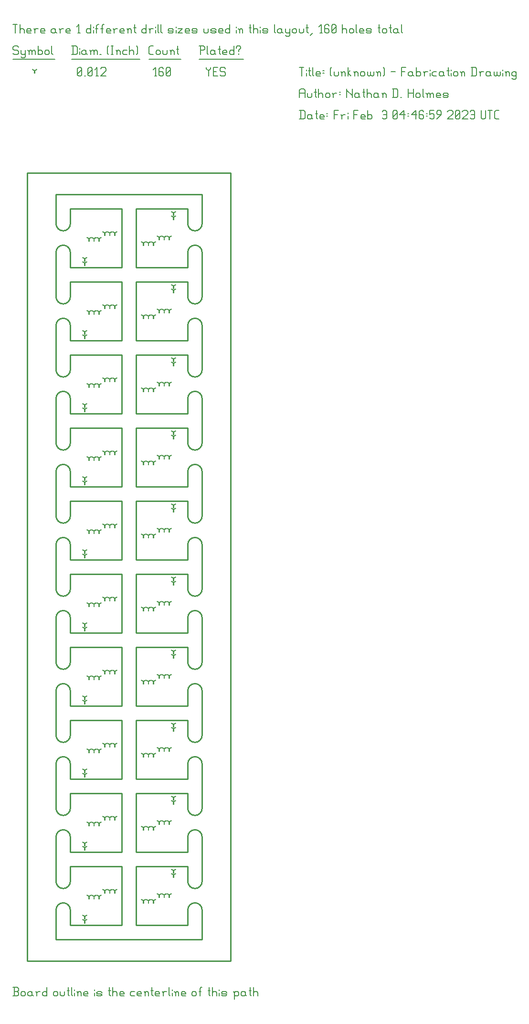
<source format=gbr>
G04 start of page 12 for group -3984 idx -3984 *
G04 Title: (unknown), fab *
G04 Creator: pcb 4.0.2 *
G04 CreationDate: Fri Feb  3 04:46:59 2023 UTC *
G04 For: ndholmes *
G04 Format: Gerber/RS-274X *
G04 PCB-Dimensions (mil): 1620.00 5800.00 *
G04 PCB-Coordinate-Origin: lower left *
%MOIN*%
%FSLAX25Y25*%
%LNFAB*%
%ADD33C,0.0100*%
%ADD32C,0.0060*%
%ADD31C,0.0001*%
%ADD30R,0.0080X0.0080*%
G54D30*X50000Y502000D02*Y500400D01*
G54D31*G36*
X49454Y502147D02*X51533Y503346D01*
X51933Y502653D01*
X49853Y501454D01*
X49454Y502147D01*
G37*
G36*
X50147Y501454D02*X48067Y502653D01*
X48467Y503346D01*
X50546Y502147D01*
X50147Y501454D01*
G37*
G54D30*X50000Y505000D02*Y503400D01*
G54D31*G36*
X49454Y505147D02*X51533Y506346D01*
X51933Y505653D01*
X49853Y504454D01*
X49454Y505147D01*
G37*
G36*
X50147Y504454D02*X48067Y505653D01*
X48467Y506346D01*
X50546Y505147D01*
X50147Y504454D01*
G37*
G54D30*X71000Y523000D02*Y521400D01*
G54D31*G36*
X70454Y523147D02*X72533Y524346D01*
X72933Y523653D01*
X70853Y522454D01*
X70454Y523147D01*
G37*
G36*
X71147Y522454D02*X69067Y523653D01*
X69467Y524346D01*
X71546Y523147D01*
X71147Y522454D01*
G37*
G54D30*X67500Y523000D02*Y521400D01*
G54D31*G36*
X66954Y523147D02*X69033Y524346D01*
X69433Y523653D01*
X67353Y522454D01*
X66954Y523147D01*
G37*
G36*
X67647Y522454D02*X65567Y523653D01*
X65967Y524346D01*
X68046Y523147D01*
X67647Y522454D01*
G37*
G54D30*X64000Y523000D02*Y521400D01*
G54D31*G36*
X63454Y523147D02*X65533Y524346D01*
X65933Y523653D01*
X63853Y522454D01*
X63454Y523147D01*
G37*
G36*
X64147Y522454D02*X62067Y523653D01*
X62467Y524346D01*
X64546Y523147D01*
X64147Y522454D01*
G37*
G54D30*X60000Y519000D02*Y517400D01*
G54D31*G36*
X59454Y519147D02*X61533Y520346D01*
X61933Y519653D01*
X59853Y518454D01*
X59454Y519147D01*
G37*
G36*
X60147Y518454D02*X58067Y519653D01*
X58467Y520346D01*
X60546Y519147D01*
X60147Y518454D01*
G37*
G54D30*X56500Y519000D02*Y517400D01*
G54D31*G36*
X55954Y519147D02*X58033Y520346D01*
X58433Y519653D01*
X56353Y518454D01*
X55954Y519147D01*
G37*
G36*
X56647Y518454D02*X54567Y519653D01*
X54967Y520346D01*
X57046Y519147D01*
X56647Y518454D01*
G37*
G54D30*X53000Y519000D02*Y517400D01*
G54D31*G36*
X52454Y519147D02*X54533Y520346D01*
X54933Y519653D01*
X52853Y518454D01*
X52454Y519147D01*
G37*
G36*
X53147Y518454D02*X51067Y519653D01*
X51467Y520346D01*
X53546Y519147D01*
X53147Y518454D01*
G37*
G54D30*X50000Y451000D02*Y449400D01*
G54D31*G36*
X49454Y451147D02*X51533Y452346D01*
X51933Y451653D01*
X49853Y450454D01*
X49454Y451147D01*
G37*
G36*
X50147Y450454D02*X48067Y451653D01*
X48467Y452346D01*
X50546Y451147D01*
X50147Y450454D01*
G37*
G54D30*X50000Y454000D02*Y452400D01*
G54D31*G36*
X49454Y454147D02*X51533Y455346D01*
X51933Y454653D01*
X49853Y453454D01*
X49454Y454147D01*
G37*
G36*
X50147Y453454D02*X48067Y454653D01*
X48467Y455346D01*
X50546Y454147D01*
X50147Y453454D01*
G37*
G54D30*X71000Y472000D02*Y470400D01*
G54D31*G36*
X70454Y472147D02*X72533Y473346D01*
X72933Y472653D01*
X70853Y471454D01*
X70454Y472147D01*
G37*
G36*
X71147Y471454D02*X69067Y472653D01*
X69467Y473346D01*
X71546Y472147D01*
X71147Y471454D01*
G37*
G54D30*X67500Y472000D02*Y470400D01*
G54D31*G36*
X66954Y472147D02*X69033Y473346D01*
X69433Y472653D01*
X67353Y471454D01*
X66954Y472147D01*
G37*
G36*
X67647Y471454D02*X65567Y472653D01*
X65967Y473346D01*
X68046Y472147D01*
X67647Y471454D01*
G37*
G54D30*X64000Y472000D02*Y470400D01*
G54D31*G36*
X63454Y472147D02*X65533Y473346D01*
X65933Y472653D01*
X63853Y471454D01*
X63454Y472147D01*
G37*
G36*
X64147Y471454D02*X62067Y472653D01*
X62467Y473346D01*
X64546Y472147D01*
X64147Y471454D01*
G37*
G54D30*X60000Y468000D02*Y466400D01*
G54D31*G36*
X59454Y468147D02*X61533Y469346D01*
X61933Y468653D01*
X59853Y467454D01*
X59454Y468147D01*
G37*
G36*
X60147Y467454D02*X58067Y468653D01*
X58467Y469346D01*
X60546Y468147D01*
X60147Y467454D01*
G37*
G54D30*X56500Y468000D02*Y466400D01*
G54D31*G36*
X55954Y468147D02*X58033Y469346D01*
X58433Y468653D01*
X56353Y467454D01*
X55954Y468147D01*
G37*
G36*
X56647Y467454D02*X54567Y468653D01*
X54967Y469346D01*
X57046Y468147D01*
X56647Y467454D01*
G37*
G54D30*X53000Y468000D02*Y466400D01*
G54D31*G36*
X52454Y468147D02*X54533Y469346D01*
X54933Y468653D01*
X52853Y467454D01*
X52454Y468147D01*
G37*
G36*
X53147Y467454D02*X51067Y468653D01*
X51467Y469346D01*
X53546Y468147D01*
X53147Y467454D01*
G37*
G54D30*X50000Y400000D02*Y398400D01*
G54D31*G36*
X49454Y400147D02*X51533Y401346D01*
X51933Y400653D01*
X49853Y399454D01*
X49454Y400147D01*
G37*
G36*
X50147Y399454D02*X48067Y400653D01*
X48467Y401346D01*
X50546Y400147D01*
X50147Y399454D01*
G37*
G54D30*X50000Y403000D02*Y401400D01*
G54D31*G36*
X49454Y403147D02*X51533Y404346D01*
X51933Y403653D01*
X49853Y402454D01*
X49454Y403147D01*
G37*
G36*
X50147Y402454D02*X48067Y403653D01*
X48467Y404346D01*
X50546Y403147D01*
X50147Y402454D01*
G37*
G54D30*X71000Y421000D02*Y419400D01*
G54D31*G36*
X70454Y421147D02*X72533Y422346D01*
X72933Y421653D01*
X70853Y420454D01*
X70454Y421147D01*
G37*
G36*
X71147Y420454D02*X69067Y421653D01*
X69467Y422346D01*
X71546Y421147D01*
X71147Y420454D01*
G37*
G54D30*X67500Y421000D02*Y419400D01*
G54D31*G36*
X66954Y421147D02*X69033Y422346D01*
X69433Y421653D01*
X67353Y420454D01*
X66954Y421147D01*
G37*
G36*
X67647Y420454D02*X65567Y421653D01*
X65967Y422346D01*
X68046Y421147D01*
X67647Y420454D01*
G37*
G54D30*X64000Y421000D02*Y419400D01*
G54D31*G36*
X63454Y421147D02*X65533Y422346D01*
X65933Y421653D01*
X63853Y420454D01*
X63454Y421147D01*
G37*
G36*
X64147Y420454D02*X62067Y421653D01*
X62467Y422346D01*
X64546Y421147D01*
X64147Y420454D01*
G37*
G54D30*X60000Y417000D02*Y415400D01*
G54D31*G36*
X59454Y417147D02*X61533Y418346D01*
X61933Y417653D01*
X59853Y416454D01*
X59454Y417147D01*
G37*
G36*
X60147Y416454D02*X58067Y417653D01*
X58467Y418346D01*
X60546Y417147D01*
X60147Y416454D01*
G37*
G54D30*X56500Y417000D02*Y415400D01*
G54D31*G36*
X55954Y417147D02*X58033Y418346D01*
X58433Y417653D01*
X56353Y416454D01*
X55954Y417147D01*
G37*
G36*
X56647Y416454D02*X54567Y417653D01*
X54967Y418346D01*
X57046Y417147D01*
X56647Y416454D01*
G37*
G54D30*X53000Y417000D02*Y415400D01*
G54D31*G36*
X52454Y417147D02*X54533Y418346D01*
X54933Y417653D01*
X52853Y416454D01*
X52454Y417147D01*
G37*
G36*
X53147Y416454D02*X51067Y417653D01*
X51467Y418346D01*
X53546Y417147D01*
X53147Y416454D01*
G37*
G54D30*X50000Y349000D02*Y347400D01*
G54D31*G36*
X49454Y349147D02*X51533Y350346D01*
X51933Y349653D01*
X49853Y348454D01*
X49454Y349147D01*
G37*
G36*
X50147Y348454D02*X48067Y349653D01*
X48467Y350346D01*
X50546Y349147D01*
X50147Y348454D01*
G37*
G54D30*X50000Y352000D02*Y350400D01*
G54D31*G36*
X49454Y352147D02*X51533Y353346D01*
X51933Y352653D01*
X49853Y351454D01*
X49454Y352147D01*
G37*
G36*
X50147Y351454D02*X48067Y352653D01*
X48467Y353346D01*
X50546Y352147D01*
X50147Y351454D01*
G37*
G54D30*X71000Y370000D02*Y368400D01*
G54D31*G36*
X70454Y370147D02*X72533Y371346D01*
X72933Y370653D01*
X70853Y369454D01*
X70454Y370147D01*
G37*
G36*
X71147Y369454D02*X69067Y370653D01*
X69467Y371346D01*
X71546Y370147D01*
X71147Y369454D01*
G37*
G54D30*X67500Y370000D02*Y368400D01*
G54D31*G36*
X66954Y370147D02*X69033Y371346D01*
X69433Y370653D01*
X67353Y369454D01*
X66954Y370147D01*
G37*
G36*
X67647Y369454D02*X65567Y370653D01*
X65967Y371346D01*
X68046Y370147D01*
X67647Y369454D01*
G37*
G54D30*X64000Y370000D02*Y368400D01*
G54D31*G36*
X63454Y370147D02*X65533Y371346D01*
X65933Y370653D01*
X63853Y369454D01*
X63454Y370147D01*
G37*
G36*
X64147Y369454D02*X62067Y370653D01*
X62467Y371346D01*
X64546Y370147D01*
X64147Y369454D01*
G37*
G54D30*X60000Y366000D02*Y364400D01*
G54D31*G36*
X59454Y366147D02*X61533Y367346D01*
X61933Y366653D01*
X59853Y365454D01*
X59454Y366147D01*
G37*
G36*
X60147Y365454D02*X58067Y366653D01*
X58467Y367346D01*
X60546Y366147D01*
X60147Y365454D01*
G37*
G54D30*X56500Y366000D02*Y364400D01*
G54D31*G36*
X55954Y366147D02*X58033Y367346D01*
X58433Y366653D01*
X56353Y365454D01*
X55954Y366147D01*
G37*
G36*
X56647Y365454D02*X54567Y366653D01*
X54967Y367346D01*
X57046Y366147D01*
X56647Y365454D01*
G37*
G54D30*X53000Y366000D02*Y364400D01*
G54D31*G36*
X52454Y366147D02*X54533Y367346D01*
X54933Y366653D01*
X52853Y365454D01*
X52454Y366147D01*
G37*
G36*
X53147Y365454D02*X51067Y366653D01*
X51467Y367346D01*
X53546Y366147D01*
X53147Y365454D01*
G37*
G54D30*X50000Y298000D02*Y296400D01*
G54D31*G36*
X49454Y298147D02*X51533Y299346D01*
X51933Y298653D01*
X49853Y297454D01*
X49454Y298147D01*
G37*
G36*
X50147Y297454D02*X48067Y298653D01*
X48467Y299346D01*
X50546Y298147D01*
X50147Y297454D01*
G37*
G54D30*X50000Y301000D02*Y299400D01*
G54D31*G36*
X49454Y301147D02*X51533Y302346D01*
X51933Y301653D01*
X49853Y300454D01*
X49454Y301147D01*
G37*
G36*
X50147Y300454D02*X48067Y301653D01*
X48467Y302346D01*
X50546Y301147D01*
X50147Y300454D01*
G37*
G54D30*X71000Y319000D02*Y317400D01*
G54D31*G36*
X70454Y319147D02*X72533Y320346D01*
X72933Y319653D01*
X70853Y318454D01*
X70454Y319147D01*
G37*
G36*
X71147Y318454D02*X69067Y319653D01*
X69467Y320346D01*
X71546Y319147D01*
X71147Y318454D01*
G37*
G54D30*X67500Y319000D02*Y317400D01*
G54D31*G36*
X66954Y319147D02*X69033Y320346D01*
X69433Y319653D01*
X67353Y318454D01*
X66954Y319147D01*
G37*
G36*
X67647Y318454D02*X65567Y319653D01*
X65967Y320346D01*
X68046Y319147D01*
X67647Y318454D01*
G37*
G54D30*X64000Y319000D02*Y317400D01*
G54D31*G36*
X63454Y319147D02*X65533Y320346D01*
X65933Y319653D01*
X63853Y318454D01*
X63454Y319147D01*
G37*
G36*
X64147Y318454D02*X62067Y319653D01*
X62467Y320346D01*
X64546Y319147D01*
X64147Y318454D01*
G37*
G54D30*X60000Y315000D02*Y313400D01*
G54D31*G36*
X59454Y315147D02*X61533Y316346D01*
X61933Y315653D01*
X59853Y314454D01*
X59454Y315147D01*
G37*
G36*
X60147Y314454D02*X58067Y315653D01*
X58467Y316346D01*
X60546Y315147D01*
X60147Y314454D01*
G37*
G54D30*X56500Y315000D02*Y313400D01*
G54D31*G36*
X55954Y315147D02*X58033Y316346D01*
X58433Y315653D01*
X56353Y314454D01*
X55954Y315147D01*
G37*
G36*
X56647Y314454D02*X54567Y315653D01*
X54967Y316346D01*
X57046Y315147D01*
X56647Y314454D01*
G37*
G54D30*X53000Y315000D02*Y313400D01*
G54D31*G36*
X52454Y315147D02*X54533Y316346D01*
X54933Y315653D01*
X52853Y314454D01*
X52454Y315147D01*
G37*
G36*
X53147Y314454D02*X51067Y315653D01*
X51467Y316346D01*
X53546Y315147D01*
X53147Y314454D01*
G37*
G54D30*X50000Y247000D02*Y245400D01*
G54D31*G36*
X49454Y247147D02*X51533Y248346D01*
X51933Y247653D01*
X49853Y246454D01*
X49454Y247147D01*
G37*
G36*
X50147Y246454D02*X48067Y247653D01*
X48467Y248346D01*
X50546Y247147D01*
X50147Y246454D01*
G37*
G54D30*X50000Y250000D02*Y248400D01*
G54D31*G36*
X49454Y250147D02*X51533Y251346D01*
X51933Y250653D01*
X49853Y249454D01*
X49454Y250147D01*
G37*
G36*
X50147Y249454D02*X48067Y250653D01*
X48467Y251346D01*
X50546Y250147D01*
X50147Y249454D01*
G37*
G54D30*X71000Y268000D02*Y266400D01*
G54D31*G36*
X70454Y268147D02*X72533Y269346D01*
X72933Y268653D01*
X70853Y267454D01*
X70454Y268147D01*
G37*
G36*
X71147Y267454D02*X69067Y268653D01*
X69467Y269346D01*
X71546Y268147D01*
X71147Y267454D01*
G37*
G54D30*X67500Y268000D02*Y266400D01*
G54D31*G36*
X66954Y268147D02*X69033Y269346D01*
X69433Y268653D01*
X67353Y267454D01*
X66954Y268147D01*
G37*
G36*
X67647Y267454D02*X65567Y268653D01*
X65967Y269346D01*
X68046Y268147D01*
X67647Y267454D01*
G37*
G54D30*X64000Y268000D02*Y266400D01*
G54D31*G36*
X63454Y268147D02*X65533Y269346D01*
X65933Y268653D01*
X63853Y267454D01*
X63454Y268147D01*
G37*
G36*
X64147Y267454D02*X62067Y268653D01*
X62467Y269346D01*
X64546Y268147D01*
X64147Y267454D01*
G37*
G54D30*X60000Y264000D02*Y262400D01*
G54D31*G36*
X59454Y264147D02*X61533Y265346D01*
X61933Y264653D01*
X59853Y263454D01*
X59454Y264147D01*
G37*
G36*
X60147Y263454D02*X58067Y264653D01*
X58467Y265346D01*
X60546Y264147D01*
X60147Y263454D01*
G37*
G54D30*X56500Y264000D02*Y262400D01*
G54D31*G36*
X55954Y264147D02*X58033Y265346D01*
X58433Y264653D01*
X56353Y263454D01*
X55954Y264147D01*
G37*
G36*
X56647Y263454D02*X54567Y264653D01*
X54967Y265346D01*
X57046Y264147D01*
X56647Y263454D01*
G37*
G54D30*X53000Y264000D02*Y262400D01*
G54D31*G36*
X52454Y264147D02*X54533Y265346D01*
X54933Y264653D01*
X52853Y263454D01*
X52454Y264147D01*
G37*
G36*
X53147Y263454D02*X51067Y264653D01*
X51467Y265346D01*
X53546Y264147D01*
X53147Y263454D01*
G37*
G54D30*X50000Y196000D02*Y194400D01*
G54D31*G36*
X49454Y196147D02*X51533Y197346D01*
X51933Y196653D01*
X49853Y195454D01*
X49454Y196147D01*
G37*
G36*
X50147Y195454D02*X48067Y196653D01*
X48467Y197346D01*
X50546Y196147D01*
X50147Y195454D01*
G37*
G54D30*X50000Y199000D02*Y197400D01*
G54D31*G36*
X49454Y199147D02*X51533Y200346D01*
X51933Y199653D01*
X49853Y198454D01*
X49454Y199147D01*
G37*
G36*
X50147Y198454D02*X48067Y199653D01*
X48467Y200346D01*
X50546Y199147D01*
X50147Y198454D01*
G37*
G54D30*X71000Y217000D02*Y215400D01*
G54D31*G36*
X70454Y217147D02*X72533Y218346D01*
X72933Y217653D01*
X70853Y216454D01*
X70454Y217147D01*
G37*
G36*
X71147Y216454D02*X69067Y217653D01*
X69467Y218346D01*
X71546Y217147D01*
X71147Y216454D01*
G37*
G54D30*X67500Y217000D02*Y215400D01*
G54D31*G36*
X66954Y217147D02*X69033Y218346D01*
X69433Y217653D01*
X67353Y216454D01*
X66954Y217147D01*
G37*
G36*
X67647Y216454D02*X65567Y217653D01*
X65967Y218346D01*
X68046Y217147D01*
X67647Y216454D01*
G37*
G54D30*X64000Y217000D02*Y215400D01*
G54D31*G36*
X63454Y217147D02*X65533Y218346D01*
X65933Y217653D01*
X63853Y216454D01*
X63454Y217147D01*
G37*
G36*
X64147Y216454D02*X62067Y217653D01*
X62467Y218346D01*
X64546Y217147D01*
X64147Y216454D01*
G37*
G54D30*X60000Y213000D02*Y211400D01*
G54D31*G36*
X59454Y213147D02*X61533Y214346D01*
X61933Y213653D01*
X59853Y212454D01*
X59454Y213147D01*
G37*
G36*
X60147Y212454D02*X58067Y213653D01*
X58467Y214346D01*
X60546Y213147D01*
X60147Y212454D01*
G37*
G54D30*X56500Y213000D02*Y211400D01*
G54D31*G36*
X55954Y213147D02*X58033Y214346D01*
X58433Y213653D01*
X56353Y212454D01*
X55954Y213147D01*
G37*
G36*
X56647Y212454D02*X54567Y213653D01*
X54967Y214346D01*
X57046Y213147D01*
X56647Y212454D01*
G37*
G54D30*X53000Y213000D02*Y211400D01*
G54D31*G36*
X52454Y213147D02*X54533Y214346D01*
X54933Y213653D01*
X52853Y212454D01*
X52454Y213147D01*
G37*
G36*
X53147Y212454D02*X51067Y213653D01*
X51467Y214346D01*
X53546Y213147D01*
X53147Y212454D01*
G37*
G54D30*X50000Y145000D02*Y143400D01*
G54D31*G36*
X49454Y145147D02*X51533Y146346D01*
X51933Y145653D01*
X49853Y144454D01*
X49454Y145147D01*
G37*
G36*
X50147Y144454D02*X48067Y145653D01*
X48467Y146346D01*
X50546Y145147D01*
X50147Y144454D01*
G37*
G54D30*X50000Y148000D02*Y146400D01*
G54D31*G36*
X49454Y148147D02*X51533Y149346D01*
X51933Y148653D01*
X49853Y147454D01*
X49454Y148147D01*
G37*
G36*
X50147Y147454D02*X48067Y148653D01*
X48467Y149346D01*
X50546Y148147D01*
X50147Y147454D01*
G37*
G54D30*X71000Y166000D02*Y164400D01*
G54D31*G36*
X70454Y166147D02*X72533Y167346D01*
X72933Y166653D01*
X70853Y165454D01*
X70454Y166147D01*
G37*
G36*
X71147Y165454D02*X69067Y166653D01*
X69467Y167346D01*
X71546Y166147D01*
X71147Y165454D01*
G37*
G54D30*X67500Y166000D02*Y164400D01*
G54D31*G36*
X66954Y166147D02*X69033Y167346D01*
X69433Y166653D01*
X67353Y165454D01*
X66954Y166147D01*
G37*
G36*
X67647Y165454D02*X65567Y166653D01*
X65967Y167346D01*
X68046Y166147D01*
X67647Y165454D01*
G37*
G54D30*X64000Y166000D02*Y164400D01*
G54D31*G36*
X63454Y166147D02*X65533Y167346D01*
X65933Y166653D01*
X63853Y165454D01*
X63454Y166147D01*
G37*
G36*
X64147Y165454D02*X62067Y166653D01*
X62467Y167346D01*
X64546Y166147D01*
X64147Y165454D01*
G37*
G54D30*X60000Y162000D02*Y160400D01*
G54D31*G36*
X59454Y162147D02*X61533Y163346D01*
X61933Y162653D01*
X59853Y161454D01*
X59454Y162147D01*
G37*
G36*
X60147Y161454D02*X58067Y162653D01*
X58467Y163346D01*
X60546Y162147D01*
X60147Y161454D01*
G37*
G54D30*X56500Y162000D02*Y160400D01*
G54D31*G36*
X55954Y162147D02*X58033Y163346D01*
X58433Y162653D01*
X56353Y161454D01*
X55954Y162147D01*
G37*
G36*
X56647Y161454D02*X54567Y162653D01*
X54967Y163346D01*
X57046Y162147D01*
X56647Y161454D01*
G37*
G54D30*X53000Y162000D02*Y160400D01*
G54D31*G36*
X52454Y162147D02*X54533Y163346D01*
X54933Y162653D01*
X52853Y161454D01*
X52454Y162147D01*
G37*
G36*
X53147Y161454D02*X51067Y162653D01*
X51467Y163346D01*
X53546Y162147D01*
X53147Y161454D01*
G37*
G54D30*X50000Y94000D02*Y92400D01*
G54D31*G36*
X49454Y94147D02*X51533Y95346D01*
X51933Y94653D01*
X49853Y93454D01*
X49454Y94147D01*
G37*
G36*
X50147Y93454D02*X48067Y94653D01*
X48467Y95346D01*
X50546Y94147D01*
X50147Y93454D01*
G37*
G54D30*X50000Y97000D02*Y95400D01*
G54D31*G36*
X49454Y97147D02*X51533Y98346D01*
X51933Y97653D01*
X49853Y96454D01*
X49454Y97147D01*
G37*
G36*
X50147Y96454D02*X48067Y97653D01*
X48467Y98346D01*
X50546Y97147D01*
X50147Y96454D01*
G37*
G54D30*X71000Y115000D02*Y113400D01*
G54D31*G36*
X70454Y115147D02*X72533Y116346D01*
X72933Y115653D01*
X70853Y114454D01*
X70454Y115147D01*
G37*
G36*
X71147Y114454D02*X69067Y115653D01*
X69467Y116346D01*
X71546Y115147D01*
X71147Y114454D01*
G37*
G54D30*X67500Y115000D02*Y113400D01*
G54D31*G36*
X66954Y115147D02*X69033Y116346D01*
X69433Y115653D01*
X67353Y114454D01*
X66954Y115147D01*
G37*
G36*
X67647Y114454D02*X65567Y115653D01*
X65967Y116346D01*
X68046Y115147D01*
X67647Y114454D01*
G37*
G54D30*X64000Y115000D02*Y113400D01*
G54D31*G36*
X63454Y115147D02*X65533Y116346D01*
X65933Y115653D01*
X63853Y114454D01*
X63454Y115147D01*
G37*
G36*
X64147Y114454D02*X62067Y115653D01*
X62467Y116346D01*
X64546Y115147D01*
X64147Y114454D01*
G37*
G54D30*X60000Y111000D02*Y109400D01*
G54D31*G36*
X59454Y111147D02*X61533Y112346D01*
X61933Y111653D01*
X59853Y110454D01*
X59454Y111147D01*
G37*
G36*
X60147Y110454D02*X58067Y111653D01*
X58467Y112346D01*
X60546Y111147D01*
X60147Y110454D01*
G37*
G54D30*X56500Y111000D02*Y109400D01*
G54D31*G36*
X55954Y111147D02*X58033Y112346D01*
X58433Y111653D01*
X56353Y110454D01*
X55954Y111147D01*
G37*
G36*
X56647Y110454D02*X54567Y111653D01*
X54967Y112346D01*
X57046Y111147D01*
X56647Y110454D01*
G37*
G54D30*X53000Y111000D02*Y109400D01*
G54D31*G36*
X52454Y111147D02*X54533Y112346D01*
X54933Y111653D01*
X52853Y110454D01*
X52454Y111147D01*
G37*
G36*
X53147Y110454D02*X51067Y111653D01*
X51467Y112346D01*
X53546Y111147D01*
X53147Y110454D01*
G37*
G54D30*X50000Y43000D02*Y41400D01*
G54D31*G36*
X49454Y43147D02*X51533Y44346D01*
X51933Y43653D01*
X49853Y42454D01*
X49454Y43147D01*
G37*
G36*
X50147Y42454D02*X48067Y43653D01*
X48467Y44346D01*
X50546Y43147D01*
X50147Y42454D01*
G37*
G54D30*X50000Y46000D02*Y44400D01*
G54D31*G36*
X49454Y46147D02*X51533Y47346D01*
X51933Y46653D01*
X49853Y45454D01*
X49454Y46147D01*
G37*
G36*
X50147Y45454D02*X48067Y46653D01*
X48467Y47346D01*
X50546Y46147D01*
X50147Y45454D01*
G37*
G54D30*X71000Y64000D02*Y62400D01*
G54D31*G36*
X70454Y64147D02*X72533Y65346D01*
X72933Y64653D01*
X70853Y63454D01*
X70454Y64147D01*
G37*
G36*
X71147Y63454D02*X69067Y64653D01*
X69467Y65346D01*
X71546Y64147D01*
X71147Y63454D01*
G37*
G54D30*X67500Y64000D02*Y62400D01*
G54D31*G36*
X66954Y64147D02*X69033Y65346D01*
X69433Y64653D01*
X67353Y63454D01*
X66954Y64147D01*
G37*
G36*
X67647Y63454D02*X65567Y64653D01*
X65967Y65346D01*
X68046Y64147D01*
X67647Y63454D01*
G37*
G54D30*X64000Y64000D02*Y62400D01*
G54D31*G36*
X63454Y64147D02*X65533Y65346D01*
X65933Y64653D01*
X63853Y63454D01*
X63454Y64147D01*
G37*
G36*
X64147Y63454D02*X62067Y64653D01*
X62467Y65346D01*
X64546Y64147D01*
X64147Y63454D01*
G37*
G54D30*X60000Y60000D02*Y58400D01*
G54D31*G36*
X59454Y60147D02*X61533Y61346D01*
X61933Y60653D01*
X59853Y59454D01*
X59454Y60147D01*
G37*
G36*
X60147Y59454D02*X58067Y60653D01*
X58467Y61346D01*
X60546Y60147D01*
X60147Y59454D01*
G37*
G54D30*X56500Y60000D02*Y58400D01*
G54D31*G36*
X55954Y60147D02*X58033Y61346D01*
X58433Y60653D01*
X56353Y59454D01*
X55954Y60147D01*
G37*
G36*
X56647Y59454D02*X54567Y60653D01*
X54967Y61346D01*
X57046Y60147D01*
X56647Y59454D01*
G37*
G54D30*X53000Y60000D02*Y58400D01*
G54D31*G36*
X52454Y60147D02*X54533Y61346D01*
X54933Y60653D01*
X52853Y59454D01*
X52454Y60147D01*
G37*
G36*
X53147Y59454D02*X51067Y60653D01*
X51467Y61346D01*
X53546Y60147D01*
X53147Y59454D01*
G37*
G54D30*X112000Y78000D02*Y76400D01*
G54D31*G36*
X111454Y78147D02*X113533Y79346D01*
X113933Y78653D01*
X111853Y77454D01*
X111454Y78147D01*
G37*
G36*
X112147Y77454D02*X110067Y78653D01*
X110467Y79346D01*
X112546Y78147D01*
X112147Y77454D01*
G37*
G54D30*X112000Y75000D02*Y73400D01*
G54D31*G36*
X111454Y75147D02*X113533Y76346D01*
X113933Y75653D01*
X111853Y74454D01*
X111454Y75147D01*
G37*
G36*
X112147Y74454D02*X110067Y75653D01*
X110467Y76346D01*
X112546Y75147D01*
X112147Y74454D01*
G37*
G54D30*X91000Y57000D02*Y55400D01*
G54D31*G36*
X90454Y57147D02*X92533Y58346D01*
X92933Y57653D01*
X90853Y56454D01*
X90454Y57147D01*
G37*
G36*
X91147Y56454D02*X89067Y57653D01*
X89467Y58346D01*
X91546Y57147D01*
X91147Y56454D01*
G37*
G54D30*X94500Y57000D02*Y55400D01*
G54D31*G36*
X93954Y57147D02*X96033Y58346D01*
X96433Y57653D01*
X94353Y56454D01*
X93954Y57147D01*
G37*
G36*
X94647Y56454D02*X92567Y57653D01*
X92967Y58346D01*
X95046Y57147D01*
X94647Y56454D01*
G37*
G54D30*X98000Y57000D02*Y55400D01*
G54D31*G36*
X97454Y57147D02*X99533Y58346D01*
X99933Y57653D01*
X97853Y56454D01*
X97454Y57147D01*
G37*
G36*
X98147Y56454D02*X96067Y57653D01*
X96467Y58346D01*
X98546Y57147D01*
X98147Y56454D01*
G37*
G54D30*X102000Y61000D02*Y59400D01*
G54D31*G36*
X101454Y61147D02*X103533Y62346D01*
X103933Y61653D01*
X101853Y60454D01*
X101454Y61147D01*
G37*
G36*
X102147Y60454D02*X100067Y61653D01*
X100467Y62346D01*
X102546Y61147D01*
X102147Y60454D01*
G37*
G54D30*X105500Y61000D02*Y59400D01*
G54D31*G36*
X104954Y61147D02*X107033Y62346D01*
X107433Y61653D01*
X105353Y60454D01*
X104954Y61147D01*
G37*
G36*
X105647Y60454D02*X103567Y61653D01*
X103967Y62346D01*
X106046Y61147D01*
X105647Y60454D01*
G37*
G54D30*X109000Y61000D02*Y59400D01*
G54D31*G36*
X108454Y61147D02*X110533Y62346D01*
X110933Y61653D01*
X108853Y60454D01*
X108454Y61147D01*
G37*
G36*
X109147Y60454D02*X107067Y61653D01*
X107467Y62346D01*
X109546Y61147D01*
X109147Y60454D01*
G37*
G54D30*X112000Y129000D02*Y127400D01*
G54D31*G36*
X111454Y129147D02*X113533Y130346D01*
X113933Y129653D01*
X111853Y128454D01*
X111454Y129147D01*
G37*
G36*
X112147Y128454D02*X110067Y129653D01*
X110467Y130346D01*
X112546Y129147D01*
X112147Y128454D01*
G37*
G54D30*X112000Y126000D02*Y124400D01*
G54D31*G36*
X111454Y126147D02*X113533Y127346D01*
X113933Y126653D01*
X111853Y125454D01*
X111454Y126147D01*
G37*
G36*
X112147Y125454D02*X110067Y126653D01*
X110467Y127346D01*
X112546Y126147D01*
X112147Y125454D01*
G37*
G54D30*X91000Y108000D02*Y106400D01*
G54D31*G36*
X90454Y108147D02*X92533Y109346D01*
X92933Y108653D01*
X90853Y107454D01*
X90454Y108147D01*
G37*
G36*
X91147Y107454D02*X89067Y108653D01*
X89467Y109346D01*
X91546Y108147D01*
X91147Y107454D01*
G37*
G54D30*X94500Y108000D02*Y106400D01*
G54D31*G36*
X93954Y108147D02*X96033Y109346D01*
X96433Y108653D01*
X94353Y107454D01*
X93954Y108147D01*
G37*
G36*
X94647Y107454D02*X92567Y108653D01*
X92967Y109346D01*
X95046Y108147D01*
X94647Y107454D01*
G37*
G54D30*X98000Y108000D02*Y106400D01*
G54D31*G36*
X97454Y108147D02*X99533Y109346D01*
X99933Y108653D01*
X97853Y107454D01*
X97454Y108147D01*
G37*
G36*
X98147Y107454D02*X96067Y108653D01*
X96467Y109346D01*
X98546Y108147D01*
X98147Y107454D01*
G37*
G54D30*X102000Y112000D02*Y110400D01*
G54D31*G36*
X101454Y112147D02*X103533Y113346D01*
X103933Y112653D01*
X101853Y111454D01*
X101454Y112147D01*
G37*
G36*
X102147Y111454D02*X100067Y112653D01*
X100467Y113346D01*
X102546Y112147D01*
X102147Y111454D01*
G37*
G54D30*X105500Y112000D02*Y110400D01*
G54D31*G36*
X104954Y112147D02*X107033Y113346D01*
X107433Y112653D01*
X105353Y111454D01*
X104954Y112147D01*
G37*
G36*
X105647Y111454D02*X103567Y112653D01*
X103967Y113346D01*
X106046Y112147D01*
X105647Y111454D01*
G37*
G54D30*X109000Y112000D02*Y110400D01*
G54D31*G36*
X108454Y112147D02*X110533Y113346D01*
X110933Y112653D01*
X108853Y111454D01*
X108454Y112147D01*
G37*
G36*
X109147Y111454D02*X107067Y112653D01*
X107467Y113346D01*
X109546Y112147D01*
X109147Y111454D01*
G37*
G54D30*X112000Y180000D02*Y178400D01*
G54D31*G36*
X111454Y180147D02*X113533Y181346D01*
X113933Y180653D01*
X111853Y179454D01*
X111454Y180147D01*
G37*
G36*
X112147Y179454D02*X110067Y180653D01*
X110467Y181346D01*
X112546Y180147D01*
X112147Y179454D01*
G37*
G54D30*X112000Y177000D02*Y175400D01*
G54D31*G36*
X111454Y177147D02*X113533Y178346D01*
X113933Y177653D01*
X111853Y176454D01*
X111454Y177147D01*
G37*
G36*
X112147Y176454D02*X110067Y177653D01*
X110467Y178346D01*
X112546Y177147D01*
X112147Y176454D01*
G37*
G54D30*X91000Y159000D02*Y157400D01*
G54D31*G36*
X90454Y159147D02*X92533Y160346D01*
X92933Y159653D01*
X90853Y158454D01*
X90454Y159147D01*
G37*
G36*
X91147Y158454D02*X89067Y159653D01*
X89467Y160346D01*
X91546Y159147D01*
X91147Y158454D01*
G37*
G54D30*X94500Y159000D02*Y157400D01*
G54D31*G36*
X93954Y159147D02*X96033Y160346D01*
X96433Y159653D01*
X94353Y158454D01*
X93954Y159147D01*
G37*
G36*
X94647Y158454D02*X92567Y159653D01*
X92967Y160346D01*
X95046Y159147D01*
X94647Y158454D01*
G37*
G54D30*X98000Y159000D02*Y157400D01*
G54D31*G36*
X97454Y159147D02*X99533Y160346D01*
X99933Y159653D01*
X97853Y158454D01*
X97454Y159147D01*
G37*
G36*
X98147Y158454D02*X96067Y159653D01*
X96467Y160346D01*
X98546Y159147D01*
X98147Y158454D01*
G37*
G54D30*X102000Y163000D02*Y161400D01*
G54D31*G36*
X101454Y163147D02*X103533Y164346D01*
X103933Y163653D01*
X101853Y162454D01*
X101454Y163147D01*
G37*
G36*
X102147Y162454D02*X100067Y163653D01*
X100467Y164346D01*
X102546Y163147D01*
X102147Y162454D01*
G37*
G54D30*X105500Y163000D02*Y161400D01*
G54D31*G36*
X104954Y163147D02*X107033Y164346D01*
X107433Y163653D01*
X105353Y162454D01*
X104954Y163147D01*
G37*
G36*
X105647Y162454D02*X103567Y163653D01*
X103967Y164346D01*
X106046Y163147D01*
X105647Y162454D01*
G37*
G54D30*X109000Y163000D02*Y161400D01*
G54D31*G36*
X108454Y163147D02*X110533Y164346D01*
X110933Y163653D01*
X108853Y162454D01*
X108454Y163147D01*
G37*
G36*
X109147Y162454D02*X107067Y163653D01*
X107467Y164346D01*
X109546Y163147D01*
X109147Y162454D01*
G37*
G54D30*X112000Y231000D02*Y229400D01*
G54D31*G36*
X111454Y231147D02*X113533Y232346D01*
X113933Y231653D01*
X111853Y230454D01*
X111454Y231147D01*
G37*
G36*
X112147Y230454D02*X110067Y231653D01*
X110467Y232346D01*
X112546Y231147D01*
X112147Y230454D01*
G37*
G54D30*X112000Y228000D02*Y226400D01*
G54D31*G36*
X111454Y228147D02*X113533Y229346D01*
X113933Y228653D01*
X111853Y227454D01*
X111454Y228147D01*
G37*
G36*
X112147Y227454D02*X110067Y228653D01*
X110467Y229346D01*
X112546Y228147D01*
X112147Y227454D01*
G37*
G54D30*X91000Y210000D02*Y208400D01*
G54D31*G36*
X90454Y210147D02*X92533Y211346D01*
X92933Y210653D01*
X90853Y209454D01*
X90454Y210147D01*
G37*
G36*
X91147Y209454D02*X89067Y210653D01*
X89467Y211346D01*
X91546Y210147D01*
X91147Y209454D01*
G37*
G54D30*X94500Y210000D02*Y208400D01*
G54D31*G36*
X93954Y210147D02*X96033Y211346D01*
X96433Y210653D01*
X94353Y209454D01*
X93954Y210147D01*
G37*
G36*
X94647Y209454D02*X92567Y210653D01*
X92967Y211346D01*
X95046Y210147D01*
X94647Y209454D01*
G37*
G54D30*X98000Y210000D02*Y208400D01*
G54D31*G36*
X97454Y210147D02*X99533Y211346D01*
X99933Y210653D01*
X97853Y209454D01*
X97454Y210147D01*
G37*
G36*
X98147Y209454D02*X96067Y210653D01*
X96467Y211346D01*
X98546Y210147D01*
X98147Y209454D01*
G37*
G54D30*X102000Y214000D02*Y212400D01*
G54D31*G36*
X101454Y214147D02*X103533Y215346D01*
X103933Y214653D01*
X101853Y213454D01*
X101454Y214147D01*
G37*
G36*
X102147Y213454D02*X100067Y214653D01*
X100467Y215346D01*
X102546Y214147D01*
X102147Y213454D01*
G37*
G54D30*X105500Y214000D02*Y212400D01*
G54D31*G36*
X104954Y214147D02*X107033Y215346D01*
X107433Y214653D01*
X105353Y213454D01*
X104954Y214147D01*
G37*
G36*
X105647Y213454D02*X103567Y214653D01*
X103967Y215346D01*
X106046Y214147D01*
X105647Y213454D01*
G37*
G54D30*X109000Y214000D02*Y212400D01*
G54D31*G36*
X108454Y214147D02*X110533Y215346D01*
X110933Y214653D01*
X108853Y213454D01*
X108454Y214147D01*
G37*
G36*
X109147Y213454D02*X107067Y214653D01*
X107467Y215346D01*
X109546Y214147D01*
X109147Y213454D01*
G37*
G54D30*X112000Y282000D02*Y280400D01*
G54D31*G36*
X111454Y282147D02*X113533Y283346D01*
X113933Y282653D01*
X111853Y281454D01*
X111454Y282147D01*
G37*
G36*
X112147Y281454D02*X110067Y282653D01*
X110467Y283346D01*
X112546Y282147D01*
X112147Y281454D01*
G37*
G54D30*X112000Y279000D02*Y277400D01*
G54D31*G36*
X111454Y279147D02*X113533Y280346D01*
X113933Y279653D01*
X111853Y278454D01*
X111454Y279147D01*
G37*
G36*
X112147Y278454D02*X110067Y279653D01*
X110467Y280346D01*
X112546Y279147D01*
X112147Y278454D01*
G37*
G54D30*X91000Y261000D02*Y259400D01*
G54D31*G36*
X90454Y261147D02*X92533Y262346D01*
X92933Y261653D01*
X90853Y260454D01*
X90454Y261147D01*
G37*
G36*
X91147Y260454D02*X89067Y261653D01*
X89467Y262346D01*
X91546Y261147D01*
X91147Y260454D01*
G37*
G54D30*X94500Y261000D02*Y259400D01*
G54D31*G36*
X93954Y261147D02*X96033Y262346D01*
X96433Y261653D01*
X94353Y260454D01*
X93954Y261147D01*
G37*
G36*
X94647Y260454D02*X92567Y261653D01*
X92967Y262346D01*
X95046Y261147D01*
X94647Y260454D01*
G37*
G54D30*X98000Y261000D02*Y259400D01*
G54D31*G36*
X97454Y261147D02*X99533Y262346D01*
X99933Y261653D01*
X97853Y260454D01*
X97454Y261147D01*
G37*
G36*
X98147Y260454D02*X96067Y261653D01*
X96467Y262346D01*
X98546Y261147D01*
X98147Y260454D01*
G37*
G54D30*X102000Y265000D02*Y263400D01*
G54D31*G36*
X101454Y265147D02*X103533Y266346D01*
X103933Y265653D01*
X101853Y264454D01*
X101454Y265147D01*
G37*
G36*
X102147Y264454D02*X100067Y265653D01*
X100467Y266346D01*
X102546Y265147D01*
X102147Y264454D01*
G37*
G54D30*X105500Y265000D02*Y263400D01*
G54D31*G36*
X104954Y265147D02*X107033Y266346D01*
X107433Y265653D01*
X105353Y264454D01*
X104954Y265147D01*
G37*
G36*
X105647Y264454D02*X103567Y265653D01*
X103967Y266346D01*
X106046Y265147D01*
X105647Y264454D01*
G37*
G54D30*X109000Y265000D02*Y263400D01*
G54D31*G36*
X108454Y265147D02*X110533Y266346D01*
X110933Y265653D01*
X108853Y264454D01*
X108454Y265147D01*
G37*
G36*
X109147Y264454D02*X107067Y265653D01*
X107467Y266346D01*
X109546Y265147D01*
X109147Y264454D01*
G37*
G54D30*X112000Y333000D02*Y331400D01*
G54D31*G36*
X111454Y333147D02*X113533Y334346D01*
X113933Y333653D01*
X111853Y332454D01*
X111454Y333147D01*
G37*
G36*
X112147Y332454D02*X110067Y333653D01*
X110467Y334346D01*
X112546Y333147D01*
X112147Y332454D01*
G37*
G54D30*X112000Y330000D02*Y328400D01*
G54D31*G36*
X111454Y330147D02*X113533Y331346D01*
X113933Y330653D01*
X111853Y329454D01*
X111454Y330147D01*
G37*
G36*
X112147Y329454D02*X110067Y330653D01*
X110467Y331346D01*
X112546Y330147D01*
X112147Y329454D01*
G37*
G54D30*X91000Y312000D02*Y310400D01*
G54D31*G36*
X90454Y312147D02*X92533Y313346D01*
X92933Y312653D01*
X90853Y311454D01*
X90454Y312147D01*
G37*
G36*
X91147Y311454D02*X89067Y312653D01*
X89467Y313346D01*
X91546Y312147D01*
X91147Y311454D01*
G37*
G54D30*X94500Y312000D02*Y310400D01*
G54D31*G36*
X93954Y312147D02*X96033Y313346D01*
X96433Y312653D01*
X94353Y311454D01*
X93954Y312147D01*
G37*
G36*
X94647Y311454D02*X92567Y312653D01*
X92967Y313346D01*
X95046Y312147D01*
X94647Y311454D01*
G37*
G54D30*X98000Y312000D02*Y310400D01*
G54D31*G36*
X97454Y312147D02*X99533Y313346D01*
X99933Y312653D01*
X97853Y311454D01*
X97454Y312147D01*
G37*
G36*
X98147Y311454D02*X96067Y312653D01*
X96467Y313346D01*
X98546Y312147D01*
X98147Y311454D01*
G37*
G54D30*X102000Y316000D02*Y314400D01*
G54D31*G36*
X101454Y316147D02*X103533Y317346D01*
X103933Y316653D01*
X101853Y315454D01*
X101454Y316147D01*
G37*
G36*
X102147Y315454D02*X100067Y316653D01*
X100467Y317346D01*
X102546Y316147D01*
X102147Y315454D01*
G37*
G54D30*X105500Y316000D02*Y314400D01*
G54D31*G36*
X104954Y316147D02*X107033Y317346D01*
X107433Y316653D01*
X105353Y315454D01*
X104954Y316147D01*
G37*
G36*
X105647Y315454D02*X103567Y316653D01*
X103967Y317346D01*
X106046Y316147D01*
X105647Y315454D01*
G37*
G54D30*X109000Y316000D02*Y314400D01*
G54D31*G36*
X108454Y316147D02*X110533Y317346D01*
X110933Y316653D01*
X108853Y315454D01*
X108454Y316147D01*
G37*
G36*
X109147Y315454D02*X107067Y316653D01*
X107467Y317346D01*
X109546Y316147D01*
X109147Y315454D01*
G37*
G54D30*X112000Y384000D02*Y382400D01*
G54D31*G36*
X111454Y384147D02*X113533Y385346D01*
X113933Y384653D01*
X111853Y383454D01*
X111454Y384147D01*
G37*
G36*
X112147Y383454D02*X110067Y384653D01*
X110467Y385346D01*
X112546Y384147D01*
X112147Y383454D01*
G37*
G54D30*X112000Y381000D02*Y379400D01*
G54D31*G36*
X111454Y381147D02*X113533Y382346D01*
X113933Y381653D01*
X111853Y380454D01*
X111454Y381147D01*
G37*
G36*
X112147Y380454D02*X110067Y381653D01*
X110467Y382346D01*
X112546Y381147D01*
X112147Y380454D01*
G37*
G54D30*X91000Y363000D02*Y361400D01*
G54D31*G36*
X90454Y363147D02*X92533Y364346D01*
X92933Y363653D01*
X90853Y362454D01*
X90454Y363147D01*
G37*
G36*
X91147Y362454D02*X89067Y363653D01*
X89467Y364346D01*
X91546Y363147D01*
X91147Y362454D01*
G37*
G54D30*X94500Y363000D02*Y361400D01*
G54D31*G36*
X93954Y363147D02*X96033Y364346D01*
X96433Y363653D01*
X94353Y362454D01*
X93954Y363147D01*
G37*
G36*
X94647Y362454D02*X92567Y363653D01*
X92967Y364346D01*
X95046Y363147D01*
X94647Y362454D01*
G37*
G54D30*X98000Y363000D02*Y361400D01*
G54D31*G36*
X97454Y363147D02*X99533Y364346D01*
X99933Y363653D01*
X97853Y362454D01*
X97454Y363147D01*
G37*
G36*
X98147Y362454D02*X96067Y363653D01*
X96467Y364346D01*
X98546Y363147D01*
X98147Y362454D01*
G37*
G54D30*X102000Y367000D02*Y365400D01*
G54D31*G36*
X101454Y367147D02*X103533Y368346D01*
X103933Y367653D01*
X101853Y366454D01*
X101454Y367147D01*
G37*
G36*
X102147Y366454D02*X100067Y367653D01*
X100467Y368346D01*
X102546Y367147D01*
X102147Y366454D01*
G37*
G54D30*X105500Y367000D02*Y365400D01*
G54D31*G36*
X104954Y367147D02*X107033Y368346D01*
X107433Y367653D01*
X105353Y366454D01*
X104954Y367147D01*
G37*
G36*
X105647Y366454D02*X103567Y367653D01*
X103967Y368346D01*
X106046Y367147D01*
X105647Y366454D01*
G37*
G54D30*X109000Y367000D02*Y365400D01*
G54D31*G36*
X108454Y367147D02*X110533Y368346D01*
X110933Y367653D01*
X108853Y366454D01*
X108454Y367147D01*
G37*
G36*
X109147Y366454D02*X107067Y367653D01*
X107467Y368346D01*
X109546Y367147D01*
X109147Y366454D01*
G37*
G54D30*X112000Y435000D02*Y433400D01*
G54D31*G36*
X111454Y435147D02*X113533Y436346D01*
X113933Y435653D01*
X111853Y434454D01*
X111454Y435147D01*
G37*
G36*
X112147Y434454D02*X110067Y435653D01*
X110467Y436346D01*
X112546Y435147D01*
X112147Y434454D01*
G37*
G54D30*X112000Y432000D02*Y430400D01*
G54D31*G36*
X111454Y432147D02*X113533Y433346D01*
X113933Y432653D01*
X111853Y431454D01*
X111454Y432147D01*
G37*
G36*
X112147Y431454D02*X110067Y432653D01*
X110467Y433346D01*
X112546Y432147D01*
X112147Y431454D01*
G37*
G54D30*X91000Y414000D02*Y412400D01*
G54D31*G36*
X90454Y414147D02*X92533Y415346D01*
X92933Y414653D01*
X90853Y413454D01*
X90454Y414147D01*
G37*
G36*
X91147Y413454D02*X89067Y414653D01*
X89467Y415346D01*
X91546Y414147D01*
X91147Y413454D01*
G37*
G54D30*X94500Y414000D02*Y412400D01*
G54D31*G36*
X93954Y414147D02*X96033Y415346D01*
X96433Y414653D01*
X94353Y413454D01*
X93954Y414147D01*
G37*
G36*
X94647Y413454D02*X92567Y414653D01*
X92967Y415346D01*
X95046Y414147D01*
X94647Y413454D01*
G37*
G54D30*X98000Y414000D02*Y412400D01*
G54D31*G36*
X97454Y414147D02*X99533Y415346D01*
X99933Y414653D01*
X97853Y413454D01*
X97454Y414147D01*
G37*
G36*
X98147Y413454D02*X96067Y414653D01*
X96467Y415346D01*
X98546Y414147D01*
X98147Y413454D01*
G37*
G54D30*X102000Y418000D02*Y416400D01*
G54D31*G36*
X101454Y418147D02*X103533Y419346D01*
X103933Y418653D01*
X101853Y417454D01*
X101454Y418147D01*
G37*
G36*
X102147Y417454D02*X100067Y418653D01*
X100467Y419346D01*
X102546Y418147D01*
X102147Y417454D01*
G37*
G54D30*X105500Y418000D02*Y416400D01*
G54D31*G36*
X104954Y418147D02*X107033Y419346D01*
X107433Y418653D01*
X105353Y417454D01*
X104954Y418147D01*
G37*
G36*
X105647Y417454D02*X103567Y418653D01*
X103967Y419346D01*
X106046Y418147D01*
X105647Y417454D01*
G37*
G54D30*X109000Y418000D02*Y416400D01*
G54D31*G36*
X108454Y418147D02*X110533Y419346D01*
X110933Y418653D01*
X108853Y417454D01*
X108454Y418147D01*
G37*
G36*
X109147Y417454D02*X107067Y418653D01*
X107467Y419346D01*
X109546Y418147D01*
X109147Y417454D01*
G37*
G54D30*X112000Y486000D02*Y484400D01*
G54D31*G36*
X111454Y486147D02*X113533Y487346D01*
X113933Y486653D01*
X111853Y485454D01*
X111454Y486147D01*
G37*
G36*
X112147Y485454D02*X110067Y486653D01*
X110467Y487346D01*
X112546Y486147D01*
X112147Y485454D01*
G37*
G54D30*X112000Y483000D02*Y481400D01*
G54D31*G36*
X111454Y483147D02*X113533Y484346D01*
X113933Y483653D01*
X111853Y482454D01*
X111454Y483147D01*
G37*
G36*
X112147Y482454D02*X110067Y483653D01*
X110467Y484346D01*
X112546Y483147D01*
X112147Y482454D01*
G37*
G54D30*X91000Y465000D02*Y463400D01*
G54D31*G36*
X90454Y465147D02*X92533Y466346D01*
X92933Y465653D01*
X90853Y464454D01*
X90454Y465147D01*
G37*
G36*
X91147Y464454D02*X89067Y465653D01*
X89467Y466346D01*
X91546Y465147D01*
X91147Y464454D01*
G37*
G54D30*X94500Y465000D02*Y463400D01*
G54D31*G36*
X93954Y465147D02*X96033Y466346D01*
X96433Y465653D01*
X94353Y464454D01*
X93954Y465147D01*
G37*
G36*
X94647Y464454D02*X92567Y465653D01*
X92967Y466346D01*
X95046Y465147D01*
X94647Y464454D01*
G37*
G54D30*X98000Y465000D02*Y463400D01*
G54D31*G36*
X97454Y465147D02*X99533Y466346D01*
X99933Y465653D01*
X97853Y464454D01*
X97454Y465147D01*
G37*
G36*
X98147Y464454D02*X96067Y465653D01*
X96467Y466346D01*
X98546Y465147D01*
X98147Y464454D01*
G37*
G54D30*X102000Y469000D02*Y467400D01*
G54D31*G36*
X101454Y469147D02*X103533Y470346D01*
X103933Y469653D01*
X101853Y468454D01*
X101454Y469147D01*
G37*
G36*
X102147Y468454D02*X100067Y469653D01*
X100467Y470346D01*
X102546Y469147D01*
X102147Y468454D01*
G37*
G54D30*X105500Y469000D02*Y467400D01*
G54D31*G36*
X104954Y469147D02*X107033Y470346D01*
X107433Y469653D01*
X105353Y468454D01*
X104954Y469147D01*
G37*
G36*
X105647Y468454D02*X103567Y469653D01*
X103967Y470346D01*
X106046Y469147D01*
X105647Y468454D01*
G37*
G54D30*X109000Y469000D02*Y467400D01*
G54D31*G36*
X108454Y469147D02*X110533Y470346D01*
X110933Y469653D01*
X108853Y468454D01*
X108454Y469147D01*
G37*
G36*
X109147Y468454D02*X107067Y469653D01*
X107467Y470346D01*
X109546Y469147D01*
X109147Y468454D01*
G37*
G54D30*X112000Y537000D02*Y535400D01*
G54D31*G36*
X111454Y537147D02*X113533Y538346D01*
X113933Y537653D01*
X111853Y536454D01*
X111454Y537147D01*
G37*
G36*
X112147Y536454D02*X110067Y537653D01*
X110467Y538346D01*
X112546Y537147D01*
X112147Y536454D01*
G37*
G54D30*X112000Y534000D02*Y532400D01*
G54D31*G36*
X111454Y534147D02*X113533Y535346D01*
X113933Y534653D01*
X111853Y533454D01*
X111454Y534147D01*
G37*
G36*
X112147Y533454D02*X110067Y534653D01*
X110467Y535346D01*
X112546Y534147D01*
X112147Y533454D01*
G37*
G54D30*X91000Y516000D02*Y514400D01*
G54D31*G36*
X90454Y516147D02*X92533Y517346D01*
X92933Y516653D01*
X90853Y515454D01*
X90454Y516147D01*
G37*
G36*
X91147Y515454D02*X89067Y516653D01*
X89467Y517346D01*
X91546Y516147D01*
X91147Y515454D01*
G37*
G54D30*X94500Y516000D02*Y514400D01*
G54D31*G36*
X93954Y516147D02*X96033Y517346D01*
X96433Y516653D01*
X94353Y515454D01*
X93954Y516147D01*
G37*
G36*
X94647Y515454D02*X92567Y516653D01*
X92967Y517346D01*
X95046Y516147D01*
X94647Y515454D01*
G37*
G54D30*X98000Y516000D02*Y514400D01*
G54D31*G36*
X97454Y516147D02*X99533Y517346D01*
X99933Y516653D01*
X97853Y515454D01*
X97454Y516147D01*
G37*
G36*
X98147Y515454D02*X96067Y516653D01*
X96467Y517346D01*
X98546Y516147D01*
X98147Y515454D01*
G37*
G54D30*X102000Y520000D02*Y518400D01*
G54D31*G36*
X101454Y520147D02*X103533Y521346D01*
X103933Y520653D01*
X101853Y519454D01*
X101454Y520147D01*
G37*
G36*
X102147Y519454D02*X100067Y520653D01*
X100467Y521346D01*
X102546Y520147D01*
X102147Y519454D01*
G37*
G54D30*X105500Y520000D02*Y518400D01*
G54D31*G36*
X104954Y520147D02*X107033Y521346D01*
X107433Y520653D01*
X105353Y519454D01*
X104954Y520147D01*
G37*
G36*
X105647Y519454D02*X103567Y520653D01*
X103967Y521346D01*
X106046Y520147D01*
X105647Y519454D01*
G37*
G54D30*X109000Y520000D02*Y518400D01*
G54D31*G36*
X108454Y520147D02*X110533Y521346D01*
X110933Y520653D01*
X108853Y519454D01*
X108454Y520147D01*
G37*
G36*
X109147Y519454D02*X107067Y520653D01*
X107467Y521346D01*
X109546Y520147D01*
X109147Y519454D01*
G37*
G54D30*X15000Y636250D02*Y634650D01*
G54D31*G36*
X14454Y636397D02*X16533Y637596D01*
X16933Y636903D01*
X14853Y635704D01*
X14454Y636397D01*
G37*
G36*
X15147Y635704D02*X13067Y636903D01*
X13467Y637596D01*
X15546Y636397D01*
X15147Y635704D01*
G37*
G54D32*X135000Y638500D02*Y637750D01*
X136500Y636250D01*
X138000Y637750D01*
Y638500D02*Y637750D01*
X136500Y636250D02*Y632500D01*
X139800Y635500D02*X142050D01*
X139800Y632500D02*X142800D01*
X139800Y638500D02*Y632500D01*
Y638500D02*X142800D01*
X147600D02*X148350Y637750D01*
X145350Y638500D02*X147600D01*
X144600Y637750D02*X145350Y638500D01*
X144600Y637750D02*Y636250D01*
X145350Y635500D01*
X147600D01*
X148350Y634750D01*
Y633250D01*
X147600Y632500D02*X148350Y633250D01*
X145350Y632500D02*X147600D01*
X144600Y633250D02*X145350Y632500D01*
X98750D02*X100250D01*
X99500Y638500D02*Y632500D01*
X98000Y637000D02*X99500Y638500D01*
X104300D02*X105050Y637750D01*
X102800Y638500D02*X104300D01*
X102050Y637750D02*X102800Y638500D01*
X102050Y637750D02*Y633250D01*
X102800Y632500D01*
X104300Y635500D02*X105050Y634750D01*
X102050Y635500D02*X104300D01*
X102800Y632500D02*X104300D01*
X105050Y633250D01*
Y634750D02*Y633250D01*
X106850D02*X107600Y632500D01*
X106850Y637750D02*Y633250D01*
Y637750D02*X107600Y638500D01*
X109100D01*
X109850Y637750D01*
Y633250D01*
X109100Y632500D02*X109850Y633250D01*
X107600Y632500D02*X109100D01*
X106850Y634000D02*X109850Y637000D01*
X45000Y633250D02*X45750Y632500D01*
X45000Y637750D02*Y633250D01*
Y637750D02*X45750Y638500D01*
X47250D01*
X48000Y637750D01*
Y633250D01*
X47250Y632500D02*X48000Y633250D01*
X45750Y632500D02*X47250D01*
X45000Y634000D02*X48000Y637000D01*
X49800Y632500D02*X50550D01*
X52350Y633250D02*X53100Y632500D01*
X52350Y637750D02*Y633250D01*
Y637750D02*X53100Y638500D01*
X54600D01*
X55350Y637750D01*
Y633250D01*
X54600Y632500D02*X55350Y633250D01*
X53100Y632500D02*X54600D01*
X52350Y634000D02*X55350Y637000D01*
X57900Y632500D02*X59400D01*
X58650Y638500D02*Y632500D01*
X57150Y637000D02*X58650Y638500D01*
X61200Y637750D02*X61950Y638500D01*
X64200D01*
X64950Y637750D01*
Y636250D01*
X61200Y632500D02*X64950Y636250D01*
X61200Y632500D02*X64950D01*
X3000Y653500D02*X3750Y652750D01*
X750Y653500D02*X3000D01*
X0Y652750D02*X750Y653500D01*
X0Y652750D02*Y651250D01*
X750Y650500D01*
X3000D01*
X3750Y649750D01*
Y648250D01*
X3000Y647500D02*X3750Y648250D01*
X750Y647500D02*X3000D01*
X0Y648250D02*X750Y647500D01*
X5550Y650500D02*Y648250D01*
X6300Y647500D01*
X8550Y650500D02*Y646000D01*
X7800Y645250D02*X8550Y646000D01*
X6300Y645250D02*X7800D01*
X5550Y646000D02*X6300Y645250D01*
Y647500D02*X7800D01*
X8550Y648250D01*
X11100Y649750D02*Y647500D01*
Y649750D02*X11850Y650500D01*
X12600D01*
X13350Y649750D01*
Y647500D01*
Y649750D02*X14100Y650500D01*
X14850D01*
X15600Y649750D01*
Y647500D01*
X10350Y650500D02*X11100Y649750D01*
X17400Y653500D02*Y647500D01*
Y648250D02*X18150Y647500D01*
X19650D01*
X20400Y648250D01*
Y649750D02*Y648250D01*
X19650Y650500D02*X20400Y649750D01*
X18150Y650500D02*X19650D01*
X17400Y649750D02*X18150Y650500D01*
X22200Y649750D02*Y648250D01*
Y649750D02*X22950Y650500D01*
X24450D01*
X25200Y649750D01*
Y648250D01*
X24450Y647500D02*X25200Y648250D01*
X22950Y647500D02*X24450D01*
X22200Y648250D02*X22950Y647500D01*
X27000Y653500D02*Y648250D01*
X27750Y647500D01*
X0Y644250D02*X29250D01*
X41750Y653500D02*Y647500D01*
X44000Y653500D02*X44750Y652750D01*
Y648250D01*
X44000Y647500D02*X44750Y648250D01*
X41000Y647500D02*X44000D01*
X41000Y653500D02*X44000D01*
X46550Y652000D02*Y651250D01*
Y649750D02*Y647500D01*
X50300Y650500D02*X51050Y649750D01*
X48800Y650500D02*X50300D01*
X48050Y649750D02*X48800Y650500D01*
X48050Y649750D02*Y648250D01*
X48800Y647500D01*
X51050Y650500D02*Y648250D01*
X51800Y647500D01*
X48800D02*X50300D01*
X51050Y648250D01*
X54350Y649750D02*Y647500D01*
Y649750D02*X55100Y650500D01*
X55850D01*
X56600Y649750D01*
Y647500D01*
Y649750D02*X57350Y650500D01*
X58100D01*
X58850Y649750D01*
Y647500D01*
X53600Y650500D02*X54350Y649750D01*
X60650Y647500D02*X61400D01*
X65900Y648250D02*X66650Y647500D01*
X65900Y652750D02*X66650Y653500D01*
X65900Y652750D02*Y648250D01*
X68450Y653500D02*X69950D01*
X69200D02*Y647500D01*
X68450D02*X69950D01*
X72500Y649750D02*Y647500D01*
Y649750D02*X73250Y650500D01*
X74000D01*
X74750Y649750D01*
Y647500D01*
X71750Y650500D02*X72500Y649750D01*
X77300Y650500D02*X79550D01*
X76550Y649750D02*X77300Y650500D01*
X76550Y649750D02*Y648250D01*
X77300Y647500D01*
X79550D01*
X81350Y653500D02*Y647500D01*
Y649750D02*X82100Y650500D01*
X83600D01*
X84350Y649750D01*
Y647500D01*
X86150Y653500D02*X86900Y652750D01*
Y648250D01*
X86150Y647500D02*X86900Y648250D01*
X41000Y644250D02*X88700D01*
X95750Y647500D02*X98000D01*
X95000Y648250D02*X95750Y647500D01*
X95000Y652750D02*Y648250D01*
Y652750D02*X95750Y653500D01*
X98000D01*
X99800Y649750D02*Y648250D01*
Y649750D02*X100550Y650500D01*
X102050D01*
X102800Y649750D01*
Y648250D01*
X102050Y647500D02*X102800Y648250D01*
X100550Y647500D02*X102050D01*
X99800Y648250D02*X100550Y647500D01*
X104600Y650500D02*Y648250D01*
X105350Y647500D01*
X106850D01*
X107600Y648250D01*
Y650500D02*Y648250D01*
X110150Y649750D02*Y647500D01*
Y649750D02*X110900Y650500D01*
X111650D01*
X112400Y649750D01*
Y647500D01*
X109400Y650500D02*X110150Y649750D01*
X114950Y653500D02*Y648250D01*
X115700Y647500D01*
X114200Y651250D02*X115700D01*
X95000Y644250D02*X117200D01*
X130750Y653500D02*Y647500D01*
X130000Y653500D02*X133000D01*
X133750Y652750D01*
Y651250D01*
X133000Y650500D02*X133750Y651250D01*
X130750Y650500D02*X133000D01*
X135550Y653500D02*Y648250D01*
X136300Y647500D01*
X140050Y650500D02*X140800Y649750D01*
X138550Y650500D02*X140050D01*
X137800Y649750D02*X138550Y650500D01*
X137800Y649750D02*Y648250D01*
X138550Y647500D01*
X140800Y650500D02*Y648250D01*
X141550Y647500D01*
X138550D02*X140050D01*
X140800Y648250D01*
X144100Y653500D02*Y648250D01*
X144850Y647500D01*
X143350Y651250D02*X144850D01*
X147100Y647500D02*X149350D01*
X146350Y648250D02*X147100Y647500D01*
X146350Y649750D02*Y648250D01*
Y649750D02*X147100Y650500D01*
X148600D01*
X149350Y649750D01*
X146350Y649000D02*X149350D01*
Y649750D02*Y649000D01*
X154150Y653500D02*Y647500D01*
X153400D02*X154150Y648250D01*
X151900Y647500D02*X153400D01*
X151150Y648250D02*X151900Y647500D01*
X151150Y649750D02*Y648250D01*
Y649750D02*X151900Y650500D01*
X153400D01*
X154150Y649750D01*
X157450Y650500D02*Y649750D01*
Y648250D02*Y647500D01*
X155950Y652750D02*Y652000D01*
Y652750D02*X156700Y653500D01*
X158200D01*
X158950Y652750D01*
Y652000D01*
X157450Y650500D02*X158950Y652000D01*
X130000Y644250D02*X160750D01*
X0Y668500D02*X3000D01*
X1500D02*Y662500D01*
X4800Y668500D02*Y662500D01*
Y664750D02*X5550Y665500D01*
X7050D01*
X7800Y664750D01*
Y662500D01*
X10350D02*X12600D01*
X9600Y663250D02*X10350Y662500D01*
X9600Y664750D02*Y663250D01*
Y664750D02*X10350Y665500D01*
X11850D01*
X12600Y664750D01*
X9600Y664000D02*X12600D01*
Y664750D02*Y664000D01*
X15150Y664750D02*Y662500D01*
Y664750D02*X15900Y665500D01*
X17400D01*
X14400D02*X15150Y664750D01*
X19950Y662500D02*X22200D01*
X19200Y663250D02*X19950Y662500D01*
X19200Y664750D02*Y663250D01*
Y664750D02*X19950Y665500D01*
X21450D01*
X22200Y664750D01*
X19200Y664000D02*X22200D01*
Y664750D02*Y664000D01*
X28950Y665500D02*X29700Y664750D01*
X27450Y665500D02*X28950D01*
X26700Y664750D02*X27450Y665500D01*
X26700Y664750D02*Y663250D01*
X27450Y662500D01*
X29700Y665500D02*Y663250D01*
X30450Y662500D01*
X27450D02*X28950D01*
X29700Y663250D01*
X33000Y664750D02*Y662500D01*
Y664750D02*X33750Y665500D01*
X35250D01*
X32250D02*X33000Y664750D01*
X37800Y662500D02*X40050D01*
X37050Y663250D02*X37800Y662500D01*
X37050Y664750D02*Y663250D01*
Y664750D02*X37800Y665500D01*
X39300D01*
X40050Y664750D01*
X37050Y664000D02*X40050D01*
Y664750D02*Y664000D01*
X45300Y662500D02*X46800D01*
X46050Y668500D02*Y662500D01*
X44550Y667000D02*X46050Y668500D01*
X54300D02*Y662500D01*
X53550D02*X54300Y663250D01*
X52050Y662500D02*X53550D01*
X51300Y663250D02*X52050Y662500D01*
X51300Y664750D02*Y663250D01*
Y664750D02*X52050Y665500D01*
X53550D01*
X54300Y664750D01*
X56100Y667000D02*Y666250D01*
Y664750D02*Y662500D01*
X58350Y667750D02*Y662500D01*
Y667750D02*X59100Y668500D01*
X59850D01*
X57600Y665500D02*X59100D01*
X62100Y667750D02*Y662500D01*
Y667750D02*X62850Y668500D01*
X63600D01*
X61350Y665500D02*X62850D01*
X65850Y662500D02*X68100D01*
X65100Y663250D02*X65850Y662500D01*
X65100Y664750D02*Y663250D01*
Y664750D02*X65850Y665500D01*
X67350D01*
X68100Y664750D01*
X65100Y664000D02*X68100D01*
Y664750D02*Y664000D01*
X70650Y664750D02*Y662500D01*
Y664750D02*X71400Y665500D01*
X72900D01*
X69900D02*X70650Y664750D01*
X75450Y662500D02*X77700D01*
X74700Y663250D02*X75450Y662500D01*
X74700Y664750D02*Y663250D01*
Y664750D02*X75450Y665500D01*
X76950D01*
X77700Y664750D01*
X74700Y664000D02*X77700D01*
Y664750D02*Y664000D01*
X80250Y664750D02*Y662500D01*
Y664750D02*X81000Y665500D01*
X81750D01*
X82500Y664750D01*
Y662500D01*
X79500Y665500D02*X80250Y664750D01*
X85050Y668500D02*Y663250D01*
X85800Y662500D01*
X84300Y666250D02*X85800D01*
X93000Y668500D02*Y662500D01*
X92250D02*X93000Y663250D01*
X90750Y662500D02*X92250D01*
X90000Y663250D02*X90750Y662500D01*
X90000Y664750D02*Y663250D01*
Y664750D02*X90750Y665500D01*
X92250D01*
X93000Y664750D01*
X95550D02*Y662500D01*
Y664750D02*X96300Y665500D01*
X97800D01*
X94800D02*X95550Y664750D01*
X99600Y667000D02*Y666250D01*
Y664750D02*Y662500D01*
X101100Y668500D02*Y663250D01*
X101850Y662500D01*
X103350Y668500D02*Y663250D01*
X104100Y662500D01*
X109050D02*X111300D01*
X112050Y663250D01*
X111300Y664000D02*X112050Y663250D01*
X109050Y664000D02*X111300D01*
X108300Y664750D02*X109050Y664000D01*
X108300Y664750D02*X109050Y665500D01*
X111300D01*
X112050Y664750D01*
X108300Y663250D02*X109050Y662500D01*
X113850Y667000D02*Y666250D01*
Y664750D02*Y662500D01*
X115350Y665500D02*X118350D01*
X115350Y662500D02*X118350Y665500D01*
X115350Y662500D02*X118350D01*
X120900D02*X123150D01*
X120150Y663250D02*X120900Y662500D01*
X120150Y664750D02*Y663250D01*
Y664750D02*X120900Y665500D01*
X122400D01*
X123150Y664750D01*
X120150Y664000D02*X123150D01*
Y664750D02*Y664000D01*
X125700Y662500D02*X127950D01*
X128700Y663250D01*
X127950Y664000D02*X128700Y663250D01*
X125700Y664000D02*X127950D01*
X124950Y664750D02*X125700Y664000D01*
X124950Y664750D02*X125700Y665500D01*
X127950D01*
X128700Y664750D01*
X124950Y663250D02*X125700Y662500D01*
X133200Y665500D02*Y663250D01*
X133950Y662500D01*
X135450D01*
X136200Y663250D01*
Y665500D02*Y663250D01*
X138750Y662500D02*X141000D01*
X141750Y663250D01*
X141000Y664000D02*X141750Y663250D01*
X138750Y664000D02*X141000D01*
X138000Y664750D02*X138750Y664000D01*
X138000Y664750D02*X138750Y665500D01*
X141000D01*
X141750Y664750D01*
X138000Y663250D02*X138750Y662500D01*
X144300D02*X146550D01*
X143550Y663250D02*X144300Y662500D01*
X143550Y664750D02*Y663250D01*
Y664750D02*X144300Y665500D01*
X145800D01*
X146550Y664750D01*
X143550Y664000D02*X146550D01*
Y664750D02*Y664000D01*
X151350Y668500D02*Y662500D01*
X150600D02*X151350Y663250D01*
X149100Y662500D02*X150600D01*
X148350Y663250D02*X149100Y662500D01*
X148350Y664750D02*Y663250D01*
Y664750D02*X149100Y665500D01*
X150600D01*
X151350Y664750D01*
X155850Y667000D02*Y666250D01*
Y664750D02*Y662500D01*
X158100Y664750D02*Y662500D01*
Y664750D02*X158850Y665500D01*
X159600D01*
X160350Y664750D01*
Y662500D01*
X157350Y665500D02*X158100Y664750D01*
X165600Y668500D02*Y663250D01*
X166350Y662500D01*
X164850Y666250D02*X166350D01*
X167850Y668500D02*Y662500D01*
Y664750D02*X168600Y665500D01*
X170100D01*
X170850Y664750D01*
Y662500D01*
X172650Y667000D02*Y666250D01*
Y664750D02*Y662500D01*
X174900D02*X177150D01*
X177900Y663250D01*
X177150Y664000D02*X177900Y663250D01*
X174900Y664000D02*X177150D01*
X174150Y664750D02*X174900Y664000D01*
X174150Y664750D02*X174900Y665500D01*
X177150D01*
X177900Y664750D01*
X174150Y663250D02*X174900Y662500D01*
X182400Y668500D02*Y663250D01*
X183150Y662500D01*
X186900Y665500D02*X187650Y664750D01*
X185400Y665500D02*X186900D01*
X184650Y664750D02*X185400Y665500D01*
X184650Y664750D02*Y663250D01*
X185400Y662500D01*
X187650Y665500D02*Y663250D01*
X188400Y662500D01*
X185400D02*X186900D01*
X187650Y663250D01*
X190200Y665500D02*Y663250D01*
X190950Y662500D01*
X193200Y665500D02*Y661000D01*
X192450Y660250D02*X193200Y661000D01*
X190950Y660250D02*X192450D01*
X190200Y661000D02*X190950Y660250D01*
Y662500D02*X192450D01*
X193200Y663250D01*
X195000Y664750D02*Y663250D01*
Y664750D02*X195750Y665500D01*
X197250D01*
X198000Y664750D01*
Y663250D01*
X197250Y662500D02*X198000Y663250D01*
X195750Y662500D02*X197250D01*
X195000Y663250D02*X195750Y662500D01*
X199800Y665500D02*Y663250D01*
X200550Y662500D01*
X202050D01*
X202800Y663250D01*
Y665500D02*Y663250D01*
X205350Y668500D02*Y663250D01*
X206100Y662500D01*
X204600Y666250D02*X206100D01*
X207600Y661000D02*X209100Y662500D01*
X214350D02*X215850D01*
X215100Y668500D02*Y662500D01*
X213600Y667000D02*X215100Y668500D01*
X219900D02*X220650Y667750D01*
X218400Y668500D02*X219900D01*
X217650Y667750D02*X218400Y668500D01*
X217650Y667750D02*Y663250D01*
X218400Y662500D01*
X219900Y665500D02*X220650Y664750D01*
X217650Y665500D02*X219900D01*
X218400Y662500D02*X219900D01*
X220650Y663250D01*
Y664750D02*Y663250D01*
X222450D02*X223200Y662500D01*
X222450Y667750D02*Y663250D01*
Y667750D02*X223200Y668500D01*
X224700D01*
X225450Y667750D01*
Y663250D01*
X224700Y662500D02*X225450Y663250D01*
X223200Y662500D02*X224700D01*
X222450Y664000D02*X225450Y667000D01*
X229950Y668500D02*Y662500D01*
Y664750D02*X230700Y665500D01*
X232200D01*
X232950Y664750D01*
Y662500D01*
X234750Y664750D02*Y663250D01*
Y664750D02*X235500Y665500D01*
X237000D01*
X237750Y664750D01*
Y663250D01*
X237000Y662500D02*X237750Y663250D01*
X235500Y662500D02*X237000D01*
X234750Y663250D02*X235500Y662500D01*
X239550Y668500D02*Y663250D01*
X240300Y662500D01*
X242550D02*X244800D01*
X241800Y663250D02*X242550Y662500D01*
X241800Y664750D02*Y663250D01*
Y664750D02*X242550Y665500D01*
X244050D01*
X244800Y664750D01*
X241800Y664000D02*X244800D01*
Y664750D02*Y664000D01*
X247350Y662500D02*X249600D01*
X250350Y663250D01*
X249600Y664000D02*X250350Y663250D01*
X247350Y664000D02*X249600D01*
X246600Y664750D02*X247350Y664000D01*
X246600Y664750D02*X247350Y665500D01*
X249600D01*
X250350Y664750D01*
X246600Y663250D02*X247350Y662500D01*
X255600Y668500D02*Y663250D01*
X256350Y662500D01*
X254850Y666250D02*X256350D01*
X257850Y664750D02*Y663250D01*
Y664750D02*X258600Y665500D01*
X260100D01*
X260850Y664750D01*
Y663250D01*
X260100Y662500D02*X260850Y663250D01*
X258600Y662500D02*X260100D01*
X257850Y663250D02*X258600Y662500D01*
X263400Y668500D02*Y663250D01*
X264150Y662500D01*
X262650Y666250D02*X264150D01*
X267900Y665500D02*X268650Y664750D01*
X266400Y665500D02*X267900D01*
X265650Y664750D02*X266400Y665500D01*
X265650Y664750D02*Y663250D01*
X266400Y662500D01*
X268650Y665500D02*Y663250D01*
X269400Y662500D01*
X266400D02*X267900D01*
X268650Y663250D01*
X271200Y668500D02*Y663250D01*
X271950Y662500D01*
G54D33*X40000Y499000D02*X76000D01*
X40000Y540000D02*X76000D01*
Y499000D01*
X40000Y540000D02*Y529500D01*
Y499000D02*Y509500D01*
X30000Y550000D02*Y529500D01*
X40000Y448000D02*X76000D01*
X40000Y489000D02*X76000D01*
Y448000D01*
X40000Y489000D02*Y478500D01*
Y448000D02*Y458500D01*
X30000Y509500D02*Y478500D01*
X40000Y397000D02*X76000D01*
X40000Y438000D02*X76000D01*
Y397000D01*
X40000Y438000D02*Y427500D01*
Y397000D02*Y407500D01*
X30000Y458500D02*Y427500D01*
X40000Y346000D02*X76000D01*
X40000Y387000D02*X76000D01*
Y346000D01*
X40000Y387000D02*Y376500D01*
Y346000D02*Y356500D01*
X30000Y407500D02*Y376500D01*
X40000Y295000D02*X76000D01*
X40000Y336000D02*X76000D01*
Y295000D01*
X40000Y336000D02*Y325500D01*
Y295000D02*Y305500D01*
X30000Y356500D02*Y325500D01*
X40000Y244000D02*X76000D01*
X40000Y285000D02*X76000D01*
Y244000D01*
X40000Y285000D02*Y274500D01*
Y244000D02*Y254500D01*
X30000Y305500D02*Y274500D01*
X40000Y193000D02*X76000D01*
X40000Y234000D02*X76000D01*
Y193000D01*
X40000Y234000D02*Y223500D01*
Y193000D02*Y203500D01*
X30000Y254500D02*Y223500D01*
X40000Y142000D02*X76000D01*
X40000Y183000D02*X76000D01*
Y142000D01*
X40000Y183000D02*Y172500D01*
Y142000D02*Y152500D01*
X30000Y203500D02*Y172500D01*
X40000Y91000D02*X76000D01*
X40000Y132000D02*X76000D01*
Y91000D01*
X40000Y132000D02*Y121500D01*
Y91000D02*Y101500D01*
X30000Y152500D02*Y121500D01*
X40000Y40000D02*X76000D01*
X40000Y81000D02*X76000D01*
Y40000D01*
X40000Y81000D02*Y70500D01*
Y40000D02*Y50500D01*
X30000Y101500D02*Y70500D01*
X86000Y81000D02*X122000D01*
X86000Y40000D02*X122000D01*
X86000Y81000D02*Y40000D01*
X122000Y50500D02*Y40000D01*
Y81000D02*Y70500D01*
X132000Y50500D02*Y30000D01*
X86000Y132000D02*X122000D01*
X86000Y91000D02*X122000D01*
X86000Y132000D02*Y91000D01*
X122000Y101500D02*Y91000D01*
Y132000D02*Y121500D01*
X132000Y101500D02*Y70500D01*
X86000Y183000D02*X122000D01*
X86000Y142000D02*X122000D01*
X86000Y183000D02*Y142000D01*
X122000Y152500D02*Y142000D01*
Y183000D02*Y172500D01*
X132000Y152500D02*Y121500D01*
X86000Y234000D02*X122000D01*
X86000Y193000D02*X122000D01*
X86000Y234000D02*Y193000D01*
X122000Y203500D02*Y193000D01*
Y234000D02*Y223500D01*
X132000Y203500D02*Y172500D01*
X86000Y285000D02*X122000D01*
X86000Y244000D02*X122000D01*
X86000Y285000D02*Y244000D01*
X122000Y254500D02*Y244000D01*
Y285000D02*Y274500D01*
X132000Y254500D02*Y223500D01*
X86000Y336000D02*X122000D01*
X86000Y295000D02*X122000D01*
X86000Y336000D02*Y295000D01*
X122000Y305500D02*Y295000D01*
Y336000D02*Y325500D01*
X132000Y305500D02*Y274500D01*
X86000Y387000D02*X122000D01*
X86000Y346000D02*X122000D01*
X86000Y387000D02*Y346000D01*
X122000Y356500D02*Y346000D01*
Y387000D02*Y376500D01*
X132000Y356500D02*Y325500D01*
X86000Y438000D02*X122000D01*
X86000Y397000D02*X122000D01*
X86000Y438000D02*Y397000D01*
X122000Y407500D02*Y397000D01*
Y438000D02*Y427500D01*
X132000Y407500D02*Y376500D01*
X86000Y489000D02*X122000D01*
X86000Y448000D02*X122000D01*
X86000Y489000D02*Y448000D01*
X122000Y458500D02*Y448000D01*
Y489000D02*Y478500D01*
X132000Y458500D02*Y427500D01*
X86000Y540000D02*X122000D01*
X86000Y499000D02*X122000D01*
X86000Y540000D02*Y499000D01*
X122000Y509500D02*Y499000D01*
Y540000D02*Y529500D01*
X132000Y509500D02*Y478500D01*
Y550000D02*Y529500D01*
X10000Y565000D02*X152000D01*
X30000Y550000D02*X132000D01*
X30000Y50500D02*Y30000D01*
X10000Y15000D02*X152000D01*
X30000Y30000D02*X132000D01*
X10000Y565000D02*Y15000D01*
X152000D02*Y565000D01*
X30000Y529500D02*G75*G03X35000Y524500I5000J0D01*G01*
G75*G03X40000Y529500I0J5000D01*G01*
Y509500D02*G75*G03X35000Y514500I-5000J0D01*G01*
G75*G03X30000Y509500I0J-5000D01*G01*
Y478500D02*G75*G03X35000Y473500I5000J0D01*G01*
G75*G03X40000Y478500I0J5000D01*G01*
Y458500D02*G75*G03X35000Y463500I-5000J0D01*G01*
G75*G03X30000Y458500I0J-5000D01*G01*
Y427500D02*G75*G03X35000Y422500I5000J0D01*G01*
G75*G03X40000Y427500I0J5000D01*G01*
Y407500D02*G75*G03X35000Y412500I-5000J0D01*G01*
G75*G03X30000Y407500I0J-5000D01*G01*
Y376500D02*G75*G03X35000Y371500I5000J0D01*G01*
G75*G03X40000Y376500I0J5000D01*G01*
Y356500D02*G75*G03X35000Y361500I-5000J0D01*G01*
G75*G03X30000Y356500I0J-5000D01*G01*
Y325500D02*G75*G03X35000Y320500I5000J0D01*G01*
G75*G03X40000Y325500I0J5000D01*G01*
Y305500D02*G75*G03X35000Y310500I-5000J0D01*G01*
G75*G03X30000Y305500I0J-5000D01*G01*
Y274500D02*G75*G03X35000Y269500I5000J0D01*G01*
G75*G03X40000Y274500I0J5000D01*G01*
Y254500D02*G75*G03X35000Y259500I-5000J0D01*G01*
G75*G03X30000Y254500I0J-5000D01*G01*
Y223500D02*G75*G03X35000Y218500I5000J0D01*G01*
G75*G03X40000Y223500I0J5000D01*G01*
Y203500D02*G75*G03X35000Y208500I-5000J0D01*G01*
G75*G03X30000Y203500I0J-5000D01*G01*
Y172500D02*G75*G03X35000Y167500I5000J0D01*G01*
G75*G03X40000Y172500I0J5000D01*G01*
Y152500D02*G75*G03X35000Y157500I-5000J0D01*G01*
G75*G03X30000Y152500I0J-5000D01*G01*
Y121500D02*G75*G03X35000Y116500I5000J0D01*G01*
G75*G03X40000Y121500I0J5000D01*G01*
Y101500D02*G75*G03X35000Y106500I-5000J0D01*G01*
G75*G03X30000Y101500I0J-5000D01*G01*
Y70500D02*G75*G03X35000Y65500I5000J0D01*G01*
G75*G03X40000Y70500I0J5000D01*G01*
Y50500D02*G75*G03X35000Y55500I-5000J0D01*G01*
G75*G03X30000Y50500I0J-5000D01*G01*
X132000D02*G75*G03X127000Y55500I-5000J0D01*G01*
G75*G03X122000Y50500I0J-5000D01*G01*
Y70500D02*G75*G03X127000Y65500I5000J0D01*G01*
G75*G03X132000Y70500I0J5000D01*G01*
Y101500D02*G75*G03X127000Y106500I-5000J0D01*G01*
G75*G03X122000Y101500I0J-5000D01*G01*
Y121500D02*G75*G03X127000Y116500I5000J0D01*G01*
G75*G03X132000Y121500I0J5000D01*G01*
Y152500D02*G75*G03X127000Y157500I-5000J0D01*G01*
G75*G03X122000Y152500I0J-5000D01*G01*
Y172500D02*G75*G03X127000Y167500I5000J0D01*G01*
G75*G03X132000Y172500I0J5000D01*G01*
Y203500D02*G75*G03X127000Y208500I-5000J0D01*G01*
G75*G03X122000Y203500I0J-5000D01*G01*
Y223500D02*G75*G03X127000Y218500I5000J0D01*G01*
G75*G03X132000Y223500I0J5000D01*G01*
Y254500D02*G75*G03X127000Y259500I-5000J0D01*G01*
G75*G03X122000Y254500I0J-5000D01*G01*
Y274500D02*G75*G03X127000Y269500I5000J0D01*G01*
G75*G03X132000Y274500I0J5000D01*G01*
Y305500D02*G75*G03X127000Y310500I-5000J0D01*G01*
G75*G03X122000Y305500I0J-5000D01*G01*
Y325500D02*G75*G03X127000Y320500I5000J0D01*G01*
G75*G03X132000Y325500I0J5000D01*G01*
Y356500D02*G75*G03X127000Y361500I-5000J0D01*G01*
G75*G03X122000Y356500I0J-5000D01*G01*
Y376500D02*G75*G03X127000Y371500I5000J0D01*G01*
G75*G03X132000Y376500I0J5000D01*G01*
Y407500D02*G75*G03X127000Y412500I-5000J0D01*G01*
G75*G03X122000Y407500I0J-5000D01*G01*
Y427500D02*G75*G03X127000Y422500I5000J0D01*G01*
G75*G03X132000Y427500I0J5000D01*G01*
Y458500D02*G75*G03X127000Y463500I-5000J0D01*G01*
G75*G03X122000Y458500I0J-5000D01*G01*
Y478500D02*G75*G03X127000Y473500I5000J0D01*G01*
G75*G03X132000Y478500I0J5000D01*G01*
Y509500D02*G75*G03X127000Y514500I-5000J0D01*G01*
G75*G03X122000Y509500I0J-5000D01*G01*
Y529500D02*G75*G03X127000Y524500I5000J0D01*G01*
G75*G03X132000Y529500I0J5000D01*G01*
G54D32*X0Y-9500D02*X3000D01*
X3750Y-8750D01*
Y-7250D02*Y-8750D01*
X3000Y-6500D02*X3750Y-7250D01*
X750Y-6500D02*X3000D01*
X750Y-3500D02*Y-9500D01*
X0Y-3500D02*X3000D01*
X3750Y-4250D01*
Y-5750D01*
X3000Y-6500D02*X3750Y-5750D01*
X5550Y-7250D02*Y-8750D01*
Y-7250D02*X6300Y-6500D01*
X7800D01*
X8550Y-7250D01*
Y-8750D01*
X7800Y-9500D02*X8550Y-8750D01*
X6300Y-9500D02*X7800D01*
X5550Y-8750D02*X6300Y-9500D01*
X12600Y-6500D02*X13350Y-7250D01*
X11100Y-6500D02*X12600D01*
X10350Y-7250D02*X11100Y-6500D01*
X10350Y-7250D02*Y-8750D01*
X11100Y-9500D01*
X13350Y-6500D02*Y-8750D01*
X14100Y-9500D01*
X11100D02*X12600D01*
X13350Y-8750D01*
X16650Y-7250D02*Y-9500D01*
Y-7250D02*X17400Y-6500D01*
X18900D01*
X15900D02*X16650Y-7250D01*
X23700Y-3500D02*Y-9500D01*
X22950D02*X23700Y-8750D01*
X21450Y-9500D02*X22950D01*
X20700Y-8750D02*X21450Y-9500D01*
X20700Y-7250D02*Y-8750D01*
Y-7250D02*X21450Y-6500D01*
X22950D01*
X23700Y-7250D01*
X28200D02*Y-8750D01*
Y-7250D02*X28950Y-6500D01*
X30450D01*
X31200Y-7250D01*
Y-8750D01*
X30450Y-9500D02*X31200Y-8750D01*
X28950Y-9500D02*X30450D01*
X28200Y-8750D02*X28950Y-9500D01*
X33000Y-6500D02*Y-8750D01*
X33750Y-9500D01*
X35250D01*
X36000Y-8750D01*
Y-6500D02*Y-8750D01*
X38550Y-3500D02*Y-8750D01*
X39300Y-9500D01*
X37800Y-5750D02*X39300D01*
X40800Y-3500D02*Y-8750D01*
X41550Y-9500D01*
X43050Y-5000D02*Y-5750D01*
Y-7250D02*Y-9500D01*
X45300Y-7250D02*Y-9500D01*
Y-7250D02*X46050Y-6500D01*
X46800D01*
X47550Y-7250D01*
Y-9500D01*
X44550Y-6500D02*X45300Y-7250D01*
X50100Y-9500D02*X52350D01*
X49350Y-8750D02*X50100Y-9500D01*
X49350Y-7250D02*Y-8750D01*
Y-7250D02*X50100Y-6500D01*
X51600D01*
X52350Y-7250D01*
X49350Y-8000D02*X52350D01*
Y-7250D02*Y-8000D01*
X56850Y-5000D02*Y-5750D01*
Y-7250D02*Y-9500D01*
X59100D02*X61350D01*
X62100Y-8750D01*
X61350Y-8000D02*X62100Y-8750D01*
X59100Y-8000D02*X61350D01*
X58350Y-7250D02*X59100Y-8000D01*
X58350Y-7250D02*X59100Y-6500D01*
X61350D01*
X62100Y-7250D01*
X58350Y-8750D02*X59100Y-9500D01*
X67350Y-3500D02*Y-8750D01*
X68100Y-9500D01*
X66600Y-5750D02*X68100D01*
X69600Y-3500D02*Y-9500D01*
Y-7250D02*X70350Y-6500D01*
X71850D01*
X72600Y-7250D01*
Y-9500D01*
X75150D02*X77400D01*
X74400Y-8750D02*X75150Y-9500D01*
X74400Y-7250D02*Y-8750D01*
Y-7250D02*X75150Y-6500D01*
X76650D01*
X77400Y-7250D01*
X74400Y-8000D02*X77400D01*
Y-7250D02*Y-8000D01*
X82650Y-6500D02*X84900D01*
X81900Y-7250D02*X82650Y-6500D01*
X81900Y-7250D02*Y-8750D01*
X82650Y-9500D01*
X84900D01*
X87450D02*X89700D01*
X86700Y-8750D02*X87450Y-9500D01*
X86700Y-7250D02*Y-8750D01*
Y-7250D02*X87450Y-6500D01*
X88950D01*
X89700Y-7250D01*
X86700Y-8000D02*X89700D01*
Y-7250D02*Y-8000D01*
X92250Y-7250D02*Y-9500D01*
Y-7250D02*X93000Y-6500D01*
X93750D01*
X94500Y-7250D01*
Y-9500D01*
X91500Y-6500D02*X92250Y-7250D01*
X97050Y-3500D02*Y-8750D01*
X97800Y-9500D01*
X96300Y-5750D02*X97800D01*
X100050Y-9500D02*X102300D01*
X99300Y-8750D02*X100050Y-9500D01*
X99300Y-7250D02*Y-8750D01*
Y-7250D02*X100050Y-6500D01*
X101550D01*
X102300Y-7250D01*
X99300Y-8000D02*X102300D01*
Y-7250D02*Y-8000D01*
X104850Y-7250D02*Y-9500D01*
Y-7250D02*X105600Y-6500D01*
X107100D01*
X104100D02*X104850Y-7250D01*
X108900Y-3500D02*Y-8750D01*
X109650Y-9500D01*
X111150Y-5000D02*Y-5750D01*
Y-7250D02*Y-9500D01*
X113400Y-7250D02*Y-9500D01*
Y-7250D02*X114150Y-6500D01*
X114900D01*
X115650Y-7250D01*
Y-9500D01*
X112650Y-6500D02*X113400Y-7250D01*
X118200Y-9500D02*X120450D01*
X117450Y-8750D02*X118200Y-9500D01*
X117450Y-7250D02*Y-8750D01*
Y-7250D02*X118200Y-6500D01*
X119700D01*
X120450Y-7250D01*
X117450Y-8000D02*X120450D01*
Y-7250D02*Y-8000D01*
X124950Y-7250D02*Y-8750D01*
Y-7250D02*X125700Y-6500D01*
X127200D01*
X127950Y-7250D01*
Y-8750D01*
X127200Y-9500D02*X127950Y-8750D01*
X125700Y-9500D02*X127200D01*
X124950Y-8750D02*X125700Y-9500D01*
X130500Y-4250D02*Y-9500D01*
Y-4250D02*X131250Y-3500D01*
X132000D01*
X129750Y-6500D02*X131250D01*
X136950Y-3500D02*Y-8750D01*
X137700Y-9500D01*
X136200Y-5750D02*X137700D01*
X139200Y-3500D02*Y-9500D01*
Y-7250D02*X139950Y-6500D01*
X141450D01*
X142200Y-7250D01*
Y-9500D01*
X144000Y-5000D02*Y-5750D01*
Y-7250D02*Y-9500D01*
X146250D02*X148500D01*
X149250Y-8750D01*
X148500Y-8000D02*X149250Y-8750D01*
X146250Y-8000D02*X148500D01*
X145500Y-7250D02*X146250Y-8000D01*
X145500Y-7250D02*X146250Y-6500D01*
X148500D01*
X149250Y-7250D01*
X145500Y-8750D02*X146250Y-9500D01*
X154500Y-7250D02*Y-11750D01*
X153750Y-6500D02*X154500Y-7250D01*
X155250Y-6500D01*
X156750D01*
X157500Y-7250D01*
Y-8750D01*
X156750Y-9500D02*X157500Y-8750D01*
X155250Y-9500D02*X156750D01*
X154500Y-8750D02*X155250Y-9500D01*
X161550Y-6500D02*X162300Y-7250D01*
X160050Y-6500D02*X161550D01*
X159300Y-7250D02*X160050Y-6500D01*
X159300Y-7250D02*Y-8750D01*
X160050Y-9500D01*
X162300Y-6500D02*Y-8750D01*
X163050Y-9500D01*
X160050D02*X161550D01*
X162300Y-8750D01*
X165600Y-3500D02*Y-8750D01*
X166350Y-9500D01*
X164850Y-5750D02*X166350D01*
X167850Y-3500D02*Y-9500D01*
Y-7250D02*X168600Y-6500D01*
X170100D01*
X170850Y-7250D01*
Y-9500D01*
X200750Y608500D02*Y602500D01*
X203000Y608500D02*X203750Y607750D01*
Y603250D01*
X203000Y602500D02*X203750Y603250D01*
X200000Y602500D02*X203000D01*
X200000Y608500D02*X203000D01*
X207800Y605500D02*X208550Y604750D01*
X206300Y605500D02*X207800D01*
X205550Y604750D02*X206300Y605500D01*
X205550Y604750D02*Y603250D01*
X206300Y602500D01*
X208550Y605500D02*Y603250D01*
X209300Y602500D01*
X206300D02*X207800D01*
X208550Y603250D01*
X211850Y608500D02*Y603250D01*
X212600Y602500D01*
X211100Y606250D02*X212600D01*
X214850Y602500D02*X217100D01*
X214100Y603250D02*X214850Y602500D01*
X214100Y604750D02*Y603250D01*
Y604750D02*X214850Y605500D01*
X216350D01*
X217100Y604750D01*
X214100Y604000D02*X217100D01*
Y604750D02*Y604000D01*
X218900Y606250D02*X219650D01*
X218900Y604750D02*X219650D01*
X224150Y608500D02*Y602500D01*
Y608500D02*X227150D01*
X224150Y605500D02*X226400D01*
X229700Y604750D02*Y602500D01*
Y604750D02*X230450Y605500D01*
X231950D01*
X228950D02*X229700Y604750D01*
X233750Y607000D02*Y606250D01*
Y604750D02*Y602500D01*
X237950Y608500D02*Y602500D01*
Y608500D02*X240950D01*
X237950Y605500D02*X240200D01*
X243500Y602500D02*X245750D01*
X242750Y603250D02*X243500Y602500D01*
X242750Y604750D02*Y603250D01*
Y604750D02*X243500Y605500D01*
X245000D01*
X245750Y604750D01*
X242750Y604000D02*X245750D01*
Y604750D02*Y604000D01*
X247550Y608500D02*Y602500D01*
Y603250D02*X248300Y602500D01*
X249800D01*
X250550Y603250D01*
Y604750D02*Y603250D01*
X249800Y605500D02*X250550Y604750D01*
X248300Y605500D02*X249800D01*
X247550Y604750D02*X248300Y605500D01*
X257750Y607750D02*X258500Y608500D01*
X260000D01*
X260750Y607750D01*
Y603250D01*
X260000Y602500D02*X260750Y603250D01*
X258500Y602500D02*X260000D01*
X257750Y603250D02*X258500Y602500D01*
Y605500D02*X260750D01*
X265250Y603250D02*X266000Y602500D01*
X265250Y607750D02*Y603250D01*
Y607750D02*X266000Y608500D01*
X267500D01*
X268250Y607750D01*
Y603250D01*
X267500Y602500D02*X268250Y603250D01*
X266000Y602500D02*X267500D01*
X265250Y604000D02*X268250Y607000D01*
X270050Y605500D02*X273050Y608500D01*
X270050Y605500D02*X273800D01*
X273050Y608500D02*Y602500D01*
X275600Y606250D02*X276350D01*
X275600Y604750D02*X276350D01*
X278150Y605500D02*X281150Y608500D01*
X278150Y605500D02*X281900D01*
X281150Y608500D02*Y602500D01*
X285950Y608500D02*X286700Y607750D01*
X284450Y608500D02*X285950D01*
X283700Y607750D02*X284450Y608500D01*
X283700Y607750D02*Y603250D01*
X284450Y602500D01*
X285950Y605500D02*X286700Y604750D01*
X283700Y605500D02*X285950D01*
X284450Y602500D02*X285950D01*
X286700Y603250D01*
Y604750D02*Y603250D01*
X288500Y606250D02*X289250D01*
X288500Y604750D02*X289250D01*
X291050Y608500D02*X294050D01*
X291050D02*Y605500D01*
X291800Y606250D01*
X293300D01*
X294050Y605500D01*
Y603250D01*
X293300Y602500D02*X294050Y603250D01*
X291800Y602500D02*X293300D01*
X291050Y603250D02*X291800Y602500D01*
X295850D02*X298850Y605500D01*
Y607750D02*Y605500D01*
X298100Y608500D02*X298850Y607750D01*
X296600Y608500D02*X298100D01*
X295850Y607750D02*X296600Y608500D01*
X295850Y607750D02*Y606250D01*
X296600Y605500D01*
X298850D01*
X303350Y607750D02*X304100Y608500D01*
X306350D01*
X307100Y607750D01*
Y606250D01*
X303350Y602500D02*X307100Y606250D01*
X303350Y602500D02*X307100D01*
X308900Y603250D02*X309650Y602500D01*
X308900Y607750D02*Y603250D01*
Y607750D02*X309650Y608500D01*
X311150D01*
X311900Y607750D01*
Y603250D01*
X311150Y602500D02*X311900Y603250D01*
X309650Y602500D02*X311150D01*
X308900Y604000D02*X311900Y607000D01*
X313700Y607750D02*X314450Y608500D01*
X316700D01*
X317450Y607750D01*
Y606250D01*
X313700Y602500D02*X317450Y606250D01*
X313700Y602500D02*X317450D01*
X319250Y607750D02*X320000Y608500D01*
X321500D01*
X322250Y607750D01*
Y603250D01*
X321500Y602500D02*X322250Y603250D01*
X320000Y602500D02*X321500D01*
X319250Y603250D02*X320000Y602500D01*
Y605500D02*X322250D01*
X326750Y608500D02*Y603250D01*
X327500Y602500D01*
X329000D01*
X329750Y603250D01*
Y608500D02*Y603250D01*
X331550Y608500D02*X334550D01*
X333050D02*Y602500D01*
X337100D02*X339350D01*
X336350Y603250D02*X337100Y602500D01*
X336350Y607750D02*Y603250D01*
Y607750D02*X337100Y608500D01*
X339350D01*
X200000Y622750D02*Y617500D01*
Y622750D02*X200750Y623500D01*
X203000D01*
X203750Y622750D01*
Y617500D01*
X200000Y620500D02*X203750D01*
X205550D02*Y618250D01*
X206300Y617500D01*
X207800D01*
X208550Y618250D01*
Y620500D02*Y618250D01*
X211100Y623500D02*Y618250D01*
X211850Y617500D01*
X210350Y621250D02*X211850D01*
X213350Y623500D02*Y617500D01*
Y619750D02*X214100Y620500D01*
X215600D01*
X216350Y619750D01*
Y617500D01*
X218150Y619750D02*Y618250D01*
Y619750D02*X218900Y620500D01*
X220400D01*
X221150Y619750D01*
Y618250D01*
X220400Y617500D02*X221150Y618250D01*
X218900Y617500D02*X220400D01*
X218150Y618250D02*X218900Y617500D01*
X223700Y619750D02*Y617500D01*
Y619750D02*X224450Y620500D01*
X225950D01*
X222950D02*X223700Y619750D01*
X227750Y621250D02*X228500D01*
X227750Y619750D02*X228500D01*
X233000Y623500D02*Y617500D01*
Y623500D02*Y622750D01*
X236750Y619000D01*
Y623500D02*Y617500D01*
X240800Y620500D02*X241550Y619750D01*
X239300Y620500D02*X240800D01*
X238550Y619750D02*X239300Y620500D01*
X238550Y619750D02*Y618250D01*
X239300Y617500D01*
X241550Y620500D02*Y618250D01*
X242300Y617500D01*
X239300D02*X240800D01*
X241550Y618250D01*
X244850Y623500D02*Y618250D01*
X245600Y617500D01*
X244100Y621250D02*X245600D01*
X247100Y623500D02*Y617500D01*
Y619750D02*X247850Y620500D01*
X249350D01*
X250100Y619750D01*
Y617500D01*
X254150Y620500D02*X254900Y619750D01*
X252650Y620500D02*X254150D01*
X251900Y619750D02*X252650Y620500D01*
X251900Y619750D02*Y618250D01*
X252650Y617500D01*
X254900Y620500D02*Y618250D01*
X255650Y617500D01*
X252650D02*X254150D01*
X254900Y618250D01*
X258200Y619750D02*Y617500D01*
Y619750D02*X258950Y620500D01*
X259700D01*
X260450Y619750D01*
Y617500D01*
X257450Y620500D02*X258200Y619750D01*
X265700Y623500D02*Y617500D01*
X267950Y623500D02*X268700Y622750D01*
Y618250D01*
X267950Y617500D02*X268700Y618250D01*
X264950Y617500D02*X267950D01*
X264950Y623500D02*X267950D01*
X270500Y617500D02*X271250D01*
X275750Y623500D02*Y617500D01*
X279500Y623500D02*Y617500D01*
X275750Y620500D02*X279500D01*
X281300Y619750D02*Y618250D01*
Y619750D02*X282050Y620500D01*
X283550D01*
X284300Y619750D01*
Y618250D01*
X283550Y617500D02*X284300Y618250D01*
X282050Y617500D02*X283550D01*
X281300Y618250D02*X282050Y617500D01*
X286100Y623500D02*Y618250D01*
X286850Y617500D01*
X289100Y619750D02*Y617500D01*
Y619750D02*X289850Y620500D01*
X290600D01*
X291350Y619750D01*
Y617500D01*
Y619750D02*X292100Y620500D01*
X292850D01*
X293600Y619750D01*
Y617500D01*
X288350Y620500D02*X289100Y619750D01*
X296150Y617500D02*X298400D01*
X295400Y618250D02*X296150Y617500D01*
X295400Y619750D02*Y618250D01*
Y619750D02*X296150Y620500D01*
X297650D01*
X298400Y619750D01*
X295400Y619000D02*X298400D01*
Y619750D02*Y619000D01*
X300950Y617500D02*X303200D01*
X303950Y618250D01*
X303200Y619000D02*X303950Y618250D01*
X300950Y619000D02*X303200D01*
X300200Y619750D02*X300950Y619000D01*
X300200Y619750D02*X300950Y620500D01*
X303200D01*
X303950Y619750D01*
X300200Y618250D02*X300950Y617500D01*
X200000Y638500D02*X203000D01*
X201500D02*Y632500D01*
X204800Y637000D02*Y636250D01*
Y634750D02*Y632500D01*
X207050Y638500D02*Y633250D01*
X207800Y632500D01*
X206300Y636250D02*X207800D01*
X209300Y638500D02*Y633250D01*
X210050Y632500D01*
X212300D02*X214550D01*
X211550Y633250D02*X212300Y632500D01*
X211550Y634750D02*Y633250D01*
Y634750D02*X212300Y635500D01*
X213800D01*
X214550Y634750D01*
X211550Y634000D02*X214550D01*
Y634750D02*Y634000D01*
X216350Y636250D02*X217100D01*
X216350Y634750D02*X217100D01*
X221600Y633250D02*X222350Y632500D01*
X221600Y637750D02*X222350Y638500D01*
X221600Y637750D02*Y633250D01*
X224150Y635500D02*Y633250D01*
X224900Y632500D01*
X226400D01*
X227150Y633250D01*
Y635500D02*Y633250D01*
X229700Y634750D02*Y632500D01*
Y634750D02*X230450Y635500D01*
X231200D01*
X231950Y634750D01*
Y632500D01*
X228950Y635500D02*X229700Y634750D01*
X233750Y638500D02*Y632500D01*
Y634750D02*X236000Y632500D01*
X233750Y634750D02*X235250Y636250D01*
X238550Y634750D02*Y632500D01*
Y634750D02*X239300Y635500D01*
X240050D01*
X240800Y634750D01*
Y632500D01*
X237800Y635500D02*X238550Y634750D01*
X242600D02*Y633250D01*
Y634750D02*X243350Y635500D01*
X244850D01*
X245600Y634750D01*
Y633250D01*
X244850Y632500D02*X245600Y633250D01*
X243350Y632500D02*X244850D01*
X242600Y633250D02*X243350Y632500D01*
X247400Y635500D02*Y633250D01*
X248150Y632500D01*
X248900D01*
X249650Y633250D01*
Y635500D02*Y633250D01*
X250400Y632500D01*
X251150D01*
X251900Y633250D01*
Y635500D02*Y633250D01*
X254450Y634750D02*Y632500D01*
Y634750D02*X255200Y635500D01*
X255950D01*
X256700Y634750D01*
Y632500D01*
X253700Y635500D02*X254450Y634750D01*
X258500Y638500D02*X259250Y637750D01*
Y633250D01*
X258500Y632500D02*X259250Y633250D01*
X263750Y635500D02*X266750D01*
X271250Y638500D02*Y632500D01*
Y638500D02*X274250D01*
X271250Y635500D02*X273500D01*
X278300D02*X279050Y634750D01*
X276800Y635500D02*X278300D01*
X276050Y634750D02*X276800Y635500D01*
X276050Y634750D02*Y633250D01*
X276800Y632500D01*
X279050Y635500D02*Y633250D01*
X279800Y632500D01*
X276800D02*X278300D01*
X279050Y633250D01*
X281600Y638500D02*Y632500D01*
Y633250D02*X282350Y632500D01*
X283850D01*
X284600Y633250D01*
Y634750D02*Y633250D01*
X283850Y635500D02*X284600Y634750D01*
X282350Y635500D02*X283850D01*
X281600Y634750D02*X282350Y635500D01*
X287150Y634750D02*Y632500D01*
Y634750D02*X287900Y635500D01*
X289400D01*
X286400D02*X287150Y634750D01*
X291200Y637000D02*Y636250D01*
Y634750D02*Y632500D01*
X293450Y635500D02*X295700D01*
X292700Y634750D02*X293450Y635500D01*
X292700Y634750D02*Y633250D01*
X293450Y632500D01*
X295700D01*
X299750Y635500D02*X300500Y634750D01*
X298250Y635500D02*X299750D01*
X297500Y634750D02*X298250Y635500D01*
X297500Y634750D02*Y633250D01*
X298250Y632500D01*
X300500Y635500D02*Y633250D01*
X301250Y632500D01*
X298250D02*X299750D01*
X300500Y633250D01*
X303800Y638500D02*Y633250D01*
X304550Y632500D01*
X303050Y636250D02*X304550D01*
X306050Y637000D02*Y636250D01*
Y634750D02*Y632500D01*
X307550Y634750D02*Y633250D01*
Y634750D02*X308300Y635500D01*
X309800D01*
X310550Y634750D01*
Y633250D01*
X309800Y632500D02*X310550Y633250D01*
X308300Y632500D02*X309800D01*
X307550Y633250D02*X308300Y632500D01*
X313100Y634750D02*Y632500D01*
Y634750D02*X313850Y635500D01*
X314600D01*
X315350Y634750D01*
Y632500D01*
X312350Y635500D02*X313100Y634750D01*
X320600Y638500D02*Y632500D01*
X322850Y638500D02*X323600Y637750D01*
Y633250D01*
X322850Y632500D02*X323600Y633250D01*
X319850Y632500D02*X322850D01*
X319850Y638500D02*X322850D01*
X326150Y634750D02*Y632500D01*
Y634750D02*X326900Y635500D01*
X328400D01*
X325400D02*X326150Y634750D01*
X332450Y635500D02*X333200Y634750D01*
X330950Y635500D02*X332450D01*
X330200Y634750D02*X330950Y635500D01*
X330200Y634750D02*Y633250D01*
X330950Y632500D01*
X333200Y635500D02*Y633250D01*
X333950Y632500D01*
X330950D02*X332450D01*
X333200Y633250D01*
X335750Y635500D02*Y633250D01*
X336500Y632500D01*
X337250D01*
X338000Y633250D01*
Y635500D02*Y633250D01*
X338750Y632500D01*
X339500D01*
X340250Y633250D01*
Y635500D02*Y633250D01*
X342050Y637000D02*Y636250D01*
Y634750D02*Y632500D01*
X344300Y634750D02*Y632500D01*
Y634750D02*X345050Y635500D01*
X345800D01*
X346550Y634750D01*
Y632500D01*
X343550Y635500D02*X344300Y634750D01*
X350600Y635500D02*X351350Y634750D01*
X349100Y635500D02*X350600D01*
X348350Y634750D02*X349100Y635500D01*
X348350Y634750D02*Y633250D01*
X349100Y632500D01*
X350600D01*
X351350Y633250D01*
X348350Y631000D02*X349100Y630250D01*
X350600D01*
X351350Y631000D01*
Y635500D02*Y631000D01*
M02*

</source>
